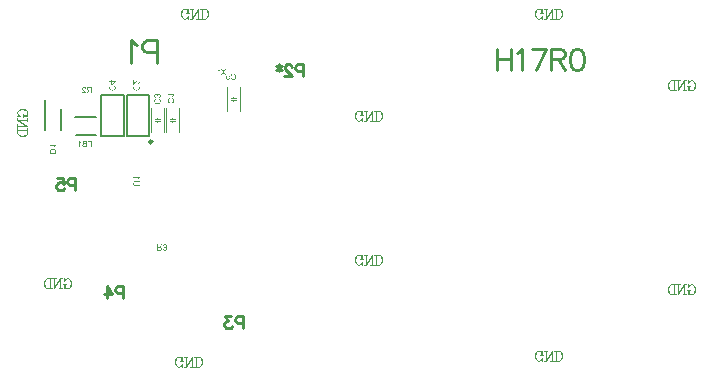
<source format=gbr>
G04*
G04 #@! TF.GenerationSoftware,Altium Limited,Altium Designer,25.8.1 (18)*
G04*
G04 Layer_Color=32896*
%FSLAX25Y25*%
%MOIN*%
G70*
G04*
G04 #@! TF.SameCoordinates,4BE62294-00A5-47EF-9B78-CB70749D35C4*
G04*
G04*
G04 #@! TF.FilePolarity,Positive*
G04*
G01*
G75*
%ADD10C,0.00984*%
%ADD11C,0.00787*%
%ADD12C,0.00600*%
%ADD13C,0.01000*%
%ADD14C,0.00300*%
%ADD77C,0.00394*%
%ADD78C,0.00315*%
G36*
X-50671Y39406D02*
X-50638Y39359D01*
X-50600Y39312D01*
X-50564Y39270D01*
X-50529Y39235D01*
X-50502Y39205D01*
X-50490Y39196D01*
X-50481Y39187D01*
X-50478Y39184D01*
X-50475Y39182D01*
X-50413Y39131D01*
X-50351Y39084D01*
X-50292Y39042D01*
X-50232Y39010D01*
X-50182Y38980D01*
X-50161Y38968D01*
X-50144Y38960D01*
X-50129Y38951D01*
X-50117Y38948D01*
X-50111Y38942D01*
X-50108D01*
Y38699D01*
X-50153Y38717D01*
X-50197Y38737D01*
X-50241Y38758D01*
X-50283Y38779D01*
X-50318Y38797D01*
X-50348Y38811D01*
X-50366Y38823D01*
X-50369Y38826D01*
X-50372D01*
X-50425Y38859D01*
X-50472Y38891D01*
X-50514Y38921D01*
X-50546Y38948D01*
X-50576Y38968D01*
X-50594Y38986D01*
X-50608Y38998D01*
X-50611Y39001D01*
Y37400D01*
X-50863D01*
Y39457D01*
X-50700D01*
X-50671Y39406D01*
D02*
G37*
G36*
X-48690Y38459D02*
X-47900Y37400D01*
X-48226D01*
X-48744Y38110D01*
X-48755Y38128D01*
X-48770Y38148D01*
X-48803Y38196D01*
X-48818Y38219D01*
X-48829Y38237D01*
X-48838Y38249D01*
X-48841Y38252D01*
X-48871Y38208D01*
X-48898Y38166D01*
X-48909Y38151D01*
X-48915Y38140D01*
X-48921Y38131D01*
X-48924Y38128D01*
X-49442Y37400D01*
X-49777D01*
X-49010Y38471D01*
X-49720Y39448D01*
X-49424D01*
X-49016Y38903D01*
X-48981Y38859D01*
X-48951Y38817D01*
X-48921Y38776D01*
X-48898Y38743D01*
X-48877Y38714D01*
X-48862Y38690D01*
X-48853Y38678D01*
X-48850Y38672D01*
X-48829Y38708D01*
X-48806Y38746D01*
X-48779Y38788D01*
X-48753Y38829D01*
X-48726Y38865D01*
X-48708Y38894D01*
X-48699Y38906D01*
X-48693Y38915D01*
X-48687Y38918D01*
Y38921D01*
X-48314Y39448D01*
X-47992D01*
X-48690Y38459D01*
D02*
G37*
G36*
X-76854Y3291D02*
X-76904Y3261D01*
X-76951Y3228D01*
X-76999Y3190D01*
X-77040Y3154D01*
X-77076Y3119D01*
X-77105Y3092D01*
X-77114Y3080D01*
X-77123Y3071D01*
X-77126Y3069D01*
X-77129Y3066D01*
X-77179Y3003D01*
X-77227Y2941D01*
X-77268Y2882D01*
X-77301Y2823D01*
X-77330Y2773D01*
X-77342Y2752D01*
X-77351Y2734D01*
X-77360Y2719D01*
X-77363Y2707D01*
X-77369Y2702D01*
Y2699D01*
X-77611D01*
X-77594Y2743D01*
X-77573Y2787D01*
X-77552Y2832D01*
X-77531Y2873D01*
X-77514Y2909D01*
X-77499Y2938D01*
X-77487Y2956D01*
X-77484Y2959D01*
Y2962D01*
X-77451Y3015D01*
X-77419Y3063D01*
X-77389Y3104D01*
X-77363Y3137D01*
X-77342Y3166D01*
X-77324Y3184D01*
X-77312Y3199D01*
X-77310Y3202D01*
X-78911D01*
Y3453D01*
X-76854D01*
Y3291D01*
D02*
G37*
G36*
X-76863Y1885D02*
X-78047D01*
X-78115D01*
X-78180Y1879D01*
X-78236Y1873D01*
X-78289Y1864D01*
X-78337Y1855D01*
X-78381Y1843D01*
X-78420Y1834D01*
X-78452Y1822D01*
X-78479Y1811D01*
X-78505Y1799D01*
X-78523Y1787D01*
X-78541Y1778D01*
X-78553Y1769D01*
X-78562Y1763D01*
X-78565Y1760D01*
X-78567Y1757D01*
X-78591Y1731D01*
X-78612Y1701D01*
X-78644Y1636D01*
X-78668Y1568D01*
X-78683Y1497D01*
X-78695Y1432D01*
X-78698Y1405D01*
Y1378D01*
X-78701Y1361D01*
Y1331D01*
X-78698Y1269D01*
X-78689Y1213D01*
X-78680Y1159D01*
X-78665Y1118D01*
X-78653Y1082D01*
X-78644Y1056D01*
X-78636Y1041D01*
X-78633Y1035D01*
X-78606Y994D01*
X-78573Y958D01*
X-78541Y929D01*
X-78511Y908D01*
X-78482Y890D01*
X-78461Y875D01*
X-78446Y869D01*
X-78440Y866D01*
X-78413Y857D01*
X-78387Y852D01*
X-78325Y840D01*
X-78260Y831D01*
X-78194Y825D01*
X-78138Y822D01*
X-78112D01*
X-78091Y819D01*
X-78073D01*
X-78058D01*
X-78049D01*
X-78047D01*
X-76863D01*
Y547D01*
X-78047D01*
X-78106D01*
X-78162Y550D01*
X-78215Y553D01*
X-78266Y558D01*
X-78310Y564D01*
X-78351Y570D01*
X-78390Y579D01*
X-78425Y585D01*
X-78458Y591D01*
X-78485Y600D01*
X-78508Y606D01*
X-78526Y612D01*
X-78541Y618D01*
X-78553Y621D01*
X-78559Y624D01*
X-78562D01*
X-78627Y656D01*
X-78686Y698D01*
X-78733Y739D01*
X-78775Y783D01*
X-78807Y822D01*
X-78831Y855D01*
X-78837Y866D01*
X-78843Y875D01*
X-78849Y881D01*
Y884D01*
X-78881Y958D01*
X-78905Y1035D01*
X-78923Y1115D01*
X-78935Y1189D01*
X-78938Y1221D01*
X-78940Y1254D01*
X-78943Y1284D01*
Y1307D01*
X-78946Y1328D01*
Y1355D01*
X-78940Y1461D01*
X-78935Y1509D01*
X-78929Y1553D01*
X-78920Y1597D01*
X-78911Y1636D01*
X-78902Y1671D01*
X-78890Y1704D01*
X-78878Y1734D01*
X-78869Y1757D01*
X-78860Y1781D01*
X-78852Y1799D01*
X-78843Y1814D01*
X-78840Y1822D01*
X-78834Y1828D01*
Y1831D01*
X-78790Y1896D01*
X-78739Y1950D01*
X-78692Y1991D01*
X-78644Y2027D01*
X-78603Y2053D01*
X-78570Y2071D01*
X-78559Y2077D01*
X-78550Y2083D01*
X-78544Y2086D01*
X-78541D01*
X-78505Y2098D01*
X-78467Y2110D01*
X-78387Y2127D01*
X-78304Y2139D01*
X-78224Y2148D01*
X-78189Y2151D01*
X-78153Y2154D01*
X-78123D01*
X-78097Y2157D01*
X-78076D01*
X-78061D01*
X-78049D01*
X-78047D01*
X-76863D01*
Y1885D01*
D02*
G37*
G36*
X-95343Y33526D02*
X-95292Y33523D01*
X-95245Y33514D01*
X-95201Y33505D01*
X-95159Y33493D01*
X-95121Y33481D01*
X-95085Y33466D01*
X-95053Y33452D01*
X-95023Y33437D01*
X-94999Y33422D01*
X-94979Y33410D01*
X-94961Y33398D01*
X-94946Y33389D01*
X-94937Y33381D01*
X-94931Y33378D01*
X-94928Y33375D01*
X-94899Y33345D01*
X-94872Y33312D01*
X-94845Y33277D01*
X-94825Y33242D01*
X-94789Y33170D01*
X-94766Y33099D01*
X-94757Y33067D01*
X-94748Y33034D01*
X-94742Y33008D01*
X-94736Y32984D01*
X-94733Y32963D01*
Y32948D01*
X-94730Y32940D01*
Y32937D01*
X-94988Y32910D01*
X-94994Y32978D01*
X-95005Y33037D01*
X-95023Y33090D01*
X-95044Y33132D01*
X-95062Y33167D01*
X-95079Y33191D01*
X-95091Y33206D01*
X-95097Y33212D01*
X-95142Y33247D01*
X-95189Y33274D01*
X-95239Y33295D01*
X-95284Y33307D01*
X-95325Y33316D01*
X-95360Y33318D01*
X-95372Y33321D01*
X-95390D01*
X-95452Y33318D01*
X-95508Y33307D01*
X-95556Y33289D01*
X-95597Y33271D01*
X-95630Y33250D01*
X-95651Y33236D01*
X-95665Y33224D01*
X-95671Y33218D01*
X-95707Y33176D01*
X-95733Y33135D01*
X-95754Y33094D01*
X-95766Y33052D01*
X-95775Y33020D01*
X-95778Y32990D01*
X-95781Y32972D01*
Y32969D01*
Y32966D01*
X-95775Y32913D01*
X-95763Y32857D01*
X-95742Y32806D01*
X-95722Y32759D01*
X-95698Y32721D01*
X-95677Y32688D01*
X-95671Y32676D01*
X-95665Y32667D01*
X-95660Y32664D01*
Y32661D01*
X-95636Y32629D01*
X-95606Y32596D01*
X-95574Y32561D01*
X-95538Y32525D01*
X-95464Y32454D01*
X-95390Y32383D01*
X-95352Y32351D01*
X-95319Y32321D01*
X-95287Y32294D01*
X-95260Y32271D01*
X-95239Y32253D01*
X-95221Y32238D01*
X-95210Y32229D01*
X-95207Y32226D01*
X-95133Y32164D01*
X-95065Y32105D01*
X-95008Y32052D01*
X-94964Y32007D01*
X-94925Y31969D01*
X-94899Y31942D01*
X-94884Y31924D01*
X-94878Y31921D01*
Y31918D01*
X-94837Y31868D01*
X-94804Y31821D01*
X-94774Y31773D01*
X-94751Y31732D01*
X-94733Y31696D01*
X-94721Y31670D01*
X-94715Y31652D01*
X-94712Y31649D01*
Y31646D01*
X-94700Y31613D01*
X-94695Y31584D01*
X-94689Y31554D01*
X-94686Y31528D01*
X-94683Y31504D01*
Y31486D01*
Y31474D01*
Y31471D01*
X-96041D01*
Y31714D01*
X-95032D01*
X-95068Y31764D01*
X-95085Y31785D01*
X-95100Y31806D01*
X-95115Y31824D01*
X-95127Y31835D01*
X-95136Y31844D01*
X-95139Y31847D01*
X-95153Y31862D01*
X-95171Y31877D01*
X-95213Y31915D01*
X-95260Y31960D01*
X-95310Y32004D01*
X-95358Y32043D01*
X-95378Y32060D01*
X-95396Y32078D01*
X-95411Y32090D01*
X-95423Y32099D01*
X-95429Y32105D01*
X-95432Y32108D01*
X-95479Y32149D01*
X-95526Y32188D01*
X-95568Y32226D01*
X-95606Y32259D01*
X-95642Y32291D01*
X-95671Y32321D01*
X-95701Y32348D01*
X-95725Y32371D01*
X-95748Y32395D01*
X-95766Y32413D01*
X-95781Y32427D01*
X-95796Y32442D01*
X-95810Y32460D01*
X-95816Y32466D01*
X-95858Y32516D01*
X-95893Y32561D01*
X-95923Y32605D01*
X-95947Y32641D01*
X-95964Y32673D01*
X-95976Y32697D01*
X-95982Y32712D01*
X-95985Y32718D01*
X-96003Y32762D01*
X-96015Y32806D01*
X-96026Y32848D01*
X-96032Y32883D01*
X-96035Y32916D01*
X-96038Y32940D01*
Y32954D01*
Y32960D01*
X-96035Y33005D01*
X-96030Y33046D01*
X-96024Y33088D01*
X-96012Y33123D01*
X-95982Y33194D01*
X-95952Y33250D01*
X-95935Y33277D01*
X-95920Y33298D01*
X-95905Y33318D01*
X-95890Y33333D01*
X-95878Y33345D01*
X-95873Y33357D01*
X-95867Y33360D01*
X-95864Y33363D01*
X-95831Y33392D01*
X-95796Y33419D01*
X-95757Y33440D01*
X-95719Y33458D01*
X-95642Y33487D01*
X-95565Y33508D01*
X-95532Y33514D01*
X-95500Y33520D01*
X-95470Y33523D01*
X-95446Y33526D01*
X-95426Y33529D01*
X-95396D01*
X-95343Y33526D01*
D02*
G37*
G36*
X-92759Y31471D02*
X-93031D01*
Y32380D01*
X-93380D01*
X-93413Y32377D01*
X-93436D01*
X-93457Y32374D01*
X-93472Y32371D01*
X-93484D01*
X-93490Y32368D01*
X-93493D01*
X-93540Y32353D01*
X-93561Y32345D01*
X-93579Y32336D01*
X-93596Y32327D01*
X-93608Y32321D01*
X-93614Y32318D01*
X-93617Y32315D01*
X-93641Y32297D01*
X-93664Y32276D01*
X-93709Y32232D01*
X-93730Y32211D01*
X-93744Y32194D01*
X-93753Y32182D01*
X-93756Y32179D01*
X-93786Y32137D01*
X-93818Y32093D01*
X-93851Y32046D01*
X-93884Y32001D01*
X-93910Y31960D01*
X-93931Y31927D01*
X-93940Y31915D01*
X-93946Y31907D01*
X-93952Y31901D01*
Y31898D01*
X-94221Y31471D01*
X-94558D01*
X-94206Y32028D01*
X-94165Y32087D01*
X-94126Y32140D01*
X-94088Y32185D01*
X-94055Y32226D01*
X-94026Y32256D01*
X-94002Y32280D01*
X-93987Y32294D01*
X-93981Y32300D01*
X-93958Y32318D01*
X-93931Y32339D01*
X-93878Y32371D01*
X-93854Y32383D01*
X-93836Y32395D01*
X-93824Y32401D01*
X-93818Y32404D01*
X-93872Y32413D01*
X-93922Y32422D01*
X-93966Y32436D01*
X-94011Y32448D01*
X-94049Y32463D01*
X-94085Y32481D01*
X-94117Y32496D01*
X-94147Y32510D01*
X-94171Y32528D01*
X-94194Y32543D01*
X-94212Y32555D01*
X-94227Y32567D01*
X-94239Y32576D01*
X-94248Y32584D01*
X-94251Y32587D01*
X-94253Y32590D01*
X-94277Y32620D01*
X-94301Y32649D01*
X-94336Y32712D01*
X-94360Y32774D01*
X-94378Y32833D01*
X-94390Y32883D01*
X-94393Y32904D01*
Y32925D01*
X-94396Y32940D01*
Y32951D01*
Y32957D01*
Y32960D01*
X-94393Y33022D01*
X-94384Y33079D01*
X-94369Y33132D01*
X-94354Y33176D01*
X-94336Y33215D01*
X-94324Y33244D01*
X-94313Y33262D01*
X-94310Y33265D01*
Y33268D01*
X-94274Y33316D01*
X-94239Y33357D01*
X-94200Y33392D01*
X-94165Y33419D01*
X-94132Y33440D01*
X-94105Y33452D01*
X-94088Y33461D01*
X-94085Y33463D01*
X-94082D01*
X-94055Y33472D01*
X-94023Y33481D01*
X-93958Y33496D01*
X-93886Y33505D01*
X-93821Y33514D01*
X-93759Y33517D01*
X-93733D01*
X-93709Y33520D01*
X-92759D01*
Y31471D01*
D02*
G37*
G36*
X-69604Y-19546D02*
X-69646Y-19605D01*
X-69684Y-19658D01*
X-69723Y-19703D01*
X-69755Y-19744D01*
X-69785Y-19774D01*
X-69809Y-19797D01*
X-69823Y-19812D01*
X-69829Y-19818D01*
X-69853Y-19836D01*
X-69880Y-19856D01*
X-69933Y-19889D01*
X-69956Y-19901D01*
X-69974Y-19913D01*
X-69986Y-19919D01*
X-69992Y-19922D01*
X-69939Y-19930D01*
X-69888Y-19939D01*
X-69844Y-19954D01*
X-69800Y-19966D01*
X-69761Y-19981D01*
X-69726Y-19998D01*
X-69693Y-20013D01*
X-69664Y-20028D01*
X-69640Y-20046D01*
X-69616Y-20061D01*
X-69598Y-20073D01*
X-69583Y-20084D01*
X-69572Y-20093D01*
X-69563Y-20102D01*
X-69560Y-20105D01*
X-69557Y-20108D01*
X-69533Y-20138D01*
X-69510Y-20167D01*
X-69474Y-20229D01*
X-69450Y-20292D01*
X-69433Y-20351D01*
X-69421Y-20401D01*
X-69418Y-20422D01*
Y-20443D01*
X-69415Y-20457D01*
Y-20469D01*
Y-20475D01*
Y-20478D01*
X-69418Y-20540D01*
X-69427Y-20596D01*
X-69441Y-20650D01*
X-69456Y-20694D01*
X-69474Y-20733D01*
X-69486Y-20762D01*
X-69498Y-20780D01*
X-69501Y-20783D01*
Y-20786D01*
X-69536Y-20833D01*
X-69572Y-20875D01*
X-69610Y-20910D01*
X-69646Y-20937D01*
X-69678Y-20958D01*
X-69705Y-20969D01*
X-69723Y-20978D01*
X-69726Y-20981D01*
X-69729D01*
X-69755Y-20990D01*
X-69788Y-20999D01*
X-69853Y-21014D01*
X-69924Y-21023D01*
X-69989Y-21032D01*
X-70051Y-21035D01*
X-70078D01*
X-70101Y-21037D01*
X-71052D01*
Y-18989D01*
X-70779D01*
Y-19898D01*
X-70430D01*
X-70398Y-19895D01*
X-70374D01*
X-70353Y-19892D01*
X-70338Y-19889D01*
X-70327D01*
X-70321Y-19886D01*
X-70318D01*
X-70270Y-19871D01*
X-70249Y-19862D01*
X-70232Y-19853D01*
X-70214Y-19845D01*
X-70202Y-19839D01*
X-70196Y-19836D01*
X-70193Y-19833D01*
X-70170Y-19815D01*
X-70146Y-19794D01*
X-70101Y-19750D01*
X-70081Y-19729D01*
X-70066Y-19711D01*
X-70057Y-19700D01*
X-70054Y-19697D01*
X-70025Y-19655D01*
X-69992Y-19611D01*
X-69959Y-19563D01*
X-69927Y-19519D01*
X-69900Y-19478D01*
X-69880Y-19445D01*
X-69871Y-19433D01*
X-69865Y-19424D01*
X-69859Y-19418D01*
Y-19415D01*
X-69590Y-18989D01*
X-69252D01*
X-69604Y-19546D01*
D02*
G37*
G36*
X-68385Y-18957D02*
X-68334Y-18962D01*
X-68284Y-18971D01*
X-68237Y-18983D01*
X-68192Y-18998D01*
X-68154Y-19013D01*
X-68115Y-19031D01*
X-68083Y-19048D01*
X-68050Y-19063D01*
X-68024Y-19081D01*
X-68000Y-19096D01*
X-67982Y-19110D01*
X-67967Y-19122D01*
X-67955Y-19131D01*
X-67950Y-19137D01*
X-67947Y-19140D01*
X-67911Y-19176D01*
X-67882Y-19214D01*
X-67855Y-19253D01*
X-67831Y-19291D01*
X-67813Y-19327D01*
X-67796Y-19365D01*
X-67772Y-19436D01*
X-67766Y-19469D01*
X-67760Y-19498D01*
X-67754Y-19525D01*
X-67751Y-19549D01*
X-67748Y-19566D01*
Y-19581D01*
Y-19590D01*
Y-19593D01*
X-67751Y-19664D01*
X-67763Y-19729D01*
X-67781Y-19785D01*
X-67799Y-19833D01*
X-67816Y-19871D01*
X-67834Y-19901D01*
X-67846Y-19919D01*
X-67849Y-19925D01*
X-67890Y-19969D01*
X-67935Y-20007D01*
X-67982Y-20037D01*
X-68029Y-20061D01*
X-68071Y-20078D01*
X-68103Y-20090D01*
X-68115Y-20093D01*
X-68124Y-20096D01*
X-68130Y-20099D01*
X-68133D01*
X-68083Y-20126D01*
X-68041Y-20152D01*
X-68006Y-20182D01*
X-67976Y-20209D01*
X-67953Y-20232D01*
X-67935Y-20253D01*
X-67926Y-20265D01*
X-67923Y-20271D01*
X-67899Y-20312D01*
X-67882Y-20354D01*
X-67867Y-20395D01*
X-67858Y-20434D01*
X-67852Y-20466D01*
X-67849Y-20490D01*
Y-20508D01*
Y-20514D01*
X-67852Y-20564D01*
X-67861Y-20614D01*
X-67873Y-20659D01*
X-67888Y-20697D01*
X-67902Y-20730D01*
X-67914Y-20756D01*
X-67923Y-20771D01*
X-67926Y-20777D01*
X-67955Y-20821D01*
X-67991Y-20860D01*
X-68027Y-20892D01*
X-68062Y-20922D01*
X-68092Y-20943D01*
X-68118Y-20960D01*
X-68136Y-20969D01*
X-68139Y-20972D01*
X-68142D01*
X-68195Y-20996D01*
X-68249Y-21014D01*
X-68302Y-21029D01*
X-68349Y-21037D01*
X-68388Y-21043D01*
X-68420Y-21046D01*
X-68494D01*
X-68536Y-21040D01*
X-68616Y-21026D01*
X-68684Y-21002D01*
X-68743Y-20978D01*
X-68770Y-20964D01*
X-68790Y-20952D01*
X-68811Y-20940D01*
X-68826Y-20928D01*
X-68838Y-20919D01*
X-68846Y-20913D01*
X-68852Y-20910D01*
X-68855Y-20907D01*
X-68912Y-20851D01*
X-68956Y-20789D01*
X-68992Y-20724D01*
X-69021Y-20659D01*
X-69039Y-20602D01*
X-69048Y-20579D01*
X-69054Y-20558D01*
X-69057Y-20540D01*
X-69060Y-20528D01*
X-69063Y-20519D01*
Y-20516D01*
X-68811Y-20472D01*
X-68799Y-20537D01*
X-68781Y-20594D01*
X-68761Y-20641D01*
X-68740Y-20679D01*
X-68719Y-20709D01*
X-68701Y-20730D01*
X-68690Y-20744D01*
X-68687Y-20747D01*
X-68648Y-20777D01*
X-68607Y-20801D01*
X-68568Y-20816D01*
X-68530Y-20827D01*
X-68494Y-20833D01*
X-68468Y-20839D01*
X-68444D01*
X-68391Y-20836D01*
X-68343Y-20824D01*
X-68302Y-20810D01*
X-68266Y-20795D01*
X-68240Y-20777D01*
X-68219Y-20762D01*
X-68204Y-20750D01*
X-68201Y-20747D01*
X-68169Y-20712D01*
X-68145Y-20673D01*
X-68130Y-20635D01*
X-68118Y-20599D01*
X-68112Y-20567D01*
X-68107Y-20543D01*
Y-20525D01*
Y-20522D01*
Y-20519D01*
Y-20487D01*
X-68112Y-20457D01*
X-68127Y-20407D01*
X-68148Y-20363D01*
X-68172Y-20324D01*
X-68195Y-20298D01*
X-68216Y-20277D01*
X-68231Y-20265D01*
X-68234Y-20262D01*
X-68237D01*
X-68287Y-20235D01*
X-68334Y-20215D01*
X-68385Y-20200D01*
X-68429Y-20191D01*
X-68468Y-20185D01*
X-68500Y-20179D01*
X-68539D01*
X-68550Y-20182D01*
X-68565D01*
X-68595Y-19960D01*
X-68556Y-19969D01*
X-68521Y-19975D01*
X-68491Y-19981D01*
X-68465Y-19984D01*
X-68444Y-19987D01*
X-68417D01*
X-68355Y-19981D01*
X-68299Y-19969D01*
X-68249Y-19951D01*
X-68207Y-19930D01*
X-68175Y-19910D01*
X-68151Y-19892D01*
X-68136Y-19880D01*
X-68130Y-19874D01*
X-68092Y-19830D01*
X-68062Y-19782D01*
X-68041Y-19735D01*
X-68029Y-19688D01*
X-68021Y-19649D01*
X-68018Y-19617D01*
X-68015Y-19605D01*
Y-19596D01*
Y-19590D01*
Y-19587D01*
X-68021Y-19522D01*
X-68036Y-19463D01*
X-68053Y-19412D01*
X-68077Y-19368D01*
X-68101Y-19332D01*
X-68118Y-19306D01*
X-68133Y-19288D01*
X-68139Y-19282D01*
X-68186Y-19241D01*
X-68237Y-19211D01*
X-68287Y-19190D01*
X-68334Y-19176D01*
X-68376Y-19167D01*
X-68408Y-19164D01*
X-68420Y-19161D01*
X-68438D01*
X-68491Y-19164D01*
X-68542Y-19176D01*
X-68586Y-19190D01*
X-68621Y-19208D01*
X-68651Y-19223D01*
X-68675Y-19238D01*
X-68687Y-19250D01*
X-68693Y-19253D01*
X-68728Y-19294D01*
X-68758Y-19341D01*
X-68784Y-19392D01*
X-68805Y-19445D01*
X-68820Y-19489D01*
X-68826Y-19510D01*
X-68829Y-19528D01*
X-68832Y-19543D01*
X-68835Y-19555D01*
X-68838Y-19560D01*
Y-19563D01*
X-69089Y-19531D01*
X-69083Y-19484D01*
X-69074Y-19439D01*
X-69048Y-19356D01*
X-69015Y-19285D01*
X-68998Y-19256D01*
X-68980Y-19226D01*
X-68962Y-19199D01*
X-68944Y-19179D01*
X-68929Y-19158D01*
X-68915Y-19143D01*
X-68906Y-19131D01*
X-68897Y-19122D01*
X-68891Y-19116D01*
X-68888Y-19114D01*
X-68852Y-19087D01*
X-68817Y-19060D01*
X-68781Y-19039D01*
X-68743Y-19022D01*
X-68669Y-18992D01*
X-68598Y-18974D01*
X-68565Y-18968D01*
X-68536Y-18962D01*
X-68509Y-18960D01*
X-68485Y-18957D01*
X-68468Y-18954D01*
X-68441D01*
X-68385Y-18957D01*
D02*
G37*
G36*
X-96953Y15478D02*
X-96920Y15431D01*
X-96882Y15384D01*
X-96846Y15342D01*
X-96811Y15307D01*
X-96784Y15277D01*
X-96772Y15268D01*
X-96763Y15259D01*
X-96760Y15256D01*
X-96757Y15253D01*
X-96695Y15203D01*
X-96633Y15156D01*
X-96574Y15114D01*
X-96515Y15082D01*
X-96464Y15052D01*
X-96444Y15040D01*
X-96426Y15031D01*
X-96411Y15022D01*
X-96399Y15020D01*
X-96393Y15014D01*
X-96390D01*
Y14771D01*
X-96435Y14789D01*
X-96479Y14809D01*
X-96524Y14830D01*
X-96565Y14851D01*
X-96601Y14868D01*
X-96630Y14883D01*
X-96648Y14895D01*
X-96651Y14898D01*
X-96654D01*
X-96707Y14931D01*
X-96754Y14963D01*
X-96796Y14993D01*
X-96828Y15020D01*
X-96858Y15040D01*
X-96876Y15058D01*
X-96891Y15070D01*
X-96894Y15073D01*
Y13471D01*
X-97145D01*
Y15529D01*
X-96982D01*
X-96953Y15478D01*
D02*
G37*
G36*
X-92655Y13471D02*
X-92927D01*
Y14401D01*
X-93889D01*
Y14644D01*
X-92927D01*
Y15277D01*
X-94040D01*
Y15520D01*
X-92655D01*
Y13471D01*
D02*
G37*
G36*
X-94380D02*
X-95162D01*
X-95233Y13474D01*
X-95295Y13477D01*
X-95351Y13483D01*
X-95399Y13489D01*
X-95437Y13495D01*
X-95467Y13498D01*
X-95485Y13504D01*
X-95490D01*
X-95541Y13519D01*
X-95582Y13534D01*
X-95621Y13551D01*
X-95653Y13569D01*
X-95680Y13581D01*
X-95701Y13593D01*
X-95713Y13602D01*
X-95715Y13605D01*
X-95748Y13631D01*
X-95778Y13664D01*
X-95801Y13696D01*
X-95825Y13726D01*
X-95843Y13756D01*
X-95855Y13776D01*
X-95863Y13791D01*
X-95866Y13797D01*
X-95887Y13844D01*
X-95902Y13892D01*
X-95914Y13936D01*
X-95920Y13978D01*
X-95926Y14013D01*
X-95929Y14043D01*
Y14060D01*
Y14063D01*
Y14066D01*
X-95926Y14131D01*
X-95914Y14191D01*
X-95896Y14241D01*
X-95878Y14288D01*
X-95860Y14324D01*
X-95843Y14351D01*
X-95831Y14368D01*
X-95828Y14374D01*
X-95786Y14422D01*
X-95742Y14460D01*
X-95692Y14493D01*
X-95647Y14519D01*
X-95606Y14540D01*
X-95570Y14552D01*
X-95559Y14558D01*
X-95550Y14561D01*
X-95544Y14564D01*
X-95541D01*
X-95591Y14593D01*
X-95636Y14623D01*
X-95671Y14655D01*
X-95701Y14685D01*
X-95724Y14709D01*
X-95742Y14732D01*
X-95751Y14744D01*
X-95754Y14750D01*
X-95778Y14795D01*
X-95795Y14836D01*
X-95810Y14877D01*
X-95819Y14916D01*
X-95825Y14948D01*
X-95828Y14975D01*
Y14990D01*
Y14996D01*
X-95825Y15046D01*
X-95816Y15096D01*
X-95801Y15141D01*
X-95786Y15182D01*
X-95772Y15218D01*
X-95757Y15242D01*
X-95748Y15259D01*
X-95745Y15265D01*
X-95713Y15310D01*
X-95677Y15351D01*
X-95639Y15384D01*
X-95603Y15410D01*
X-95573Y15431D01*
X-95547Y15446D01*
X-95529Y15455D01*
X-95526Y15458D01*
X-95523D01*
X-95467Y15478D01*
X-95405Y15493D01*
X-95342Y15505D01*
X-95283Y15511D01*
X-95230Y15517D01*
X-95206D01*
X-95186Y15520D01*
X-94380D01*
Y13471D01*
D02*
G37*
G36*
X-104685Y13966D02*
X-104735Y13936D01*
X-104782Y13904D01*
X-104830Y13865D01*
X-104871Y13829D01*
X-104907Y13794D01*
X-104936Y13767D01*
X-104945Y13756D01*
X-104954Y13747D01*
X-104957Y13744D01*
X-104960Y13741D01*
X-105010Y13679D01*
X-105058Y13616D01*
X-105099Y13557D01*
X-105132Y13498D01*
X-105161Y13448D01*
X-105173Y13427D01*
X-105182Y13409D01*
X-105191Y13394D01*
X-105194Y13383D01*
X-105200Y13377D01*
Y13374D01*
X-105443D01*
X-105425Y13418D01*
X-105404Y13463D01*
X-105383Y13507D01*
X-105363Y13548D01*
X-105345Y13584D01*
X-105330Y13613D01*
X-105318Y13631D01*
X-105315Y13634D01*
Y13637D01*
X-105283Y13690D01*
X-105250Y13738D01*
X-105221Y13779D01*
X-105194Y13812D01*
X-105173Y13841D01*
X-105156Y13859D01*
X-105144Y13874D01*
X-105141Y13877D01*
X-106742D01*
Y14129D01*
X-104685D01*
Y13966D01*
D02*
G37*
G36*
X-105608Y12909D02*
X-105517Y12900D01*
X-105434Y12885D01*
X-105395Y12879D01*
X-105363Y12870D01*
X-105330Y12862D01*
X-105304Y12856D01*
X-105280Y12850D01*
X-105259Y12841D01*
X-105241Y12838D01*
X-105229Y12832D01*
X-105224Y12829D01*
X-105221D01*
X-105144Y12797D01*
X-105076Y12758D01*
X-105016Y12717D01*
X-104966Y12678D01*
X-104925Y12643D01*
X-104895Y12613D01*
X-104886Y12601D01*
X-104877Y12592D01*
X-104874Y12589D01*
X-104871Y12586D01*
X-104833Y12539D01*
X-104803Y12489D01*
X-104777Y12438D01*
X-104756Y12391D01*
X-104741Y12349D01*
X-104732Y12317D01*
X-104726Y12305D01*
Y12296D01*
X-104723Y12290D01*
Y12287D01*
X-104714Y12237D01*
X-104706Y12178D01*
X-104700Y12119D01*
X-104697Y12059D01*
X-104694Y12006D01*
Y11219D01*
X-106742D01*
Y11956D01*
X-106739Y12024D01*
X-106736Y12086D01*
X-106730Y12142D01*
X-106724Y12190D01*
X-106718Y12231D01*
X-106715Y12261D01*
X-106712Y12270D01*
X-106710Y12279D01*
Y12284D01*
X-106695Y12338D01*
X-106677Y12385D01*
X-106662Y12427D01*
X-106644Y12462D01*
X-106630Y12492D01*
X-106618Y12512D01*
X-106609Y12524D01*
X-106606Y12530D01*
X-106579Y12569D01*
X-106547Y12601D01*
X-106517Y12634D01*
X-106488Y12660D01*
X-106461Y12684D01*
X-106440Y12702D01*
X-106425Y12714D01*
X-106419Y12717D01*
X-106372Y12746D01*
X-106322Y12776D01*
X-106274Y12799D01*
X-106227Y12817D01*
X-106185Y12835D01*
X-106153Y12847D01*
X-106141Y12850D01*
X-106132Y12853D01*
X-106126Y12856D01*
X-106123D01*
X-106052Y12873D01*
X-105981Y12888D01*
X-105913Y12897D01*
X-105848Y12906D01*
X-105792Y12909D01*
X-105768D01*
X-105747Y12912D01*
X-105733D01*
X-105718D01*
X-105712D01*
X-105709D01*
X-105608Y12909D01*
D02*
G37*
G36*
X-86202Y35410D02*
X-84876D01*
Y35206D01*
X-86202Y34268D01*
X-86433D01*
Y35159D01*
X-86924D01*
Y35410D01*
X-86433D01*
Y35689D01*
X-86202D01*
Y35410D01*
D02*
G37*
G36*
X-86208Y33850D02*
X-86255Y33839D01*
X-86300Y33824D01*
X-86341Y33809D01*
X-86379Y33794D01*
X-86415Y33777D01*
X-86445Y33759D01*
X-86474Y33738D01*
X-86501Y33720D01*
X-86524Y33705D01*
X-86542Y33688D01*
X-86560Y33673D01*
X-86575Y33661D01*
X-86584Y33649D01*
X-86593Y33640D01*
X-86596Y33637D01*
X-86599Y33634D01*
X-86622Y33605D01*
X-86640Y33572D01*
X-86673Y33507D01*
X-86696Y33445D01*
X-86711Y33383D01*
X-86723Y33330D01*
X-86726Y33309D01*
Y33288D01*
X-86729Y33270D01*
Y33250D01*
X-86726Y33182D01*
X-86714Y33116D01*
X-86699Y33057D01*
X-86681Y33004D01*
X-86664Y32963D01*
X-86655Y32945D01*
X-86649Y32930D01*
X-86643Y32918D01*
X-86637Y32909D01*
X-86634Y32903D01*
Y32900D01*
X-86593Y32844D01*
X-86548Y32797D01*
X-86498Y32755D01*
X-86450Y32723D01*
X-86409Y32696D01*
X-86374Y32678D01*
X-86359Y32672D01*
X-86350Y32667D01*
X-86344Y32664D01*
X-86341D01*
X-86264Y32640D01*
X-86187Y32622D01*
X-86110Y32607D01*
X-86039Y32598D01*
X-86007Y32596D01*
X-85977Y32592D01*
X-85950D01*
X-85930Y32590D01*
X-85912D01*
X-85897D01*
X-85888D01*
X-85885D01*
X-85808Y32592D01*
X-85737Y32598D01*
X-85672Y32610D01*
X-85613Y32622D01*
X-85562Y32631D01*
X-85542Y32637D01*
X-85524Y32643D01*
X-85509Y32646D01*
X-85500Y32649D01*
X-85495Y32652D01*
X-85492D01*
X-85423Y32681D01*
X-85361Y32714D01*
X-85311Y32749D01*
X-85267Y32788D01*
X-85231Y32820D01*
X-85207Y32847D01*
X-85193Y32868D01*
X-85187Y32871D01*
Y32874D01*
X-85148Y32936D01*
X-85119Y33004D01*
X-85098Y33069D01*
X-85086Y33131D01*
X-85077Y33187D01*
X-85074Y33211D01*
Y33232D01*
X-85071Y33247D01*
Y33270D01*
X-85074Y33344D01*
X-85086Y33412D01*
X-85104Y33469D01*
X-85122Y33519D01*
X-85142Y33558D01*
X-85157Y33587D01*
X-85169Y33605D01*
X-85175Y33611D01*
X-85219Y33658D01*
X-85269Y33702D01*
X-85323Y33738D01*
X-85376Y33768D01*
X-85423Y33791D01*
X-85447Y33800D01*
X-85465Y33806D01*
X-85480Y33812D01*
X-85492Y33818D01*
X-85497Y33821D01*
X-85500D01*
X-85438Y34087D01*
X-85385Y34069D01*
X-85338Y34052D01*
X-85293Y34028D01*
X-85249Y34007D01*
X-85210Y33984D01*
X-85175Y33957D01*
X-85139Y33933D01*
X-85110Y33910D01*
X-85086Y33886D01*
X-85062Y33865D01*
X-85042Y33845D01*
X-85027Y33830D01*
X-85012Y33815D01*
X-85003Y33803D01*
X-85000Y33797D01*
X-84997Y33794D01*
X-84971Y33753D01*
X-84944Y33711D01*
X-84923Y33670D01*
X-84905Y33626D01*
X-84879Y33537D01*
X-84861Y33457D01*
X-84852Y33418D01*
X-84849Y33386D01*
X-84846Y33353D01*
X-84843Y33327D01*
X-84840Y33306D01*
Y33276D01*
X-84846Y33179D01*
X-84861Y33084D01*
X-84879Y33001D01*
X-84891Y32963D01*
X-84903Y32927D01*
X-84914Y32894D01*
X-84926Y32865D01*
X-84935Y32841D01*
X-84944Y32818D01*
X-84953Y32803D01*
X-84959Y32791D01*
X-84962Y32782D01*
X-84965Y32779D01*
X-85015Y32699D01*
X-85074Y32631D01*
X-85133Y32572D01*
X-85193Y32522D01*
X-85246Y32483D01*
X-85269Y32468D01*
X-85290Y32456D01*
X-85305Y32445D01*
X-85317Y32439D01*
X-85326Y32436D01*
X-85329Y32433D01*
X-85421Y32391D01*
X-85515Y32362D01*
X-85610Y32341D01*
X-85696Y32326D01*
X-85734Y32320D01*
X-85773Y32317D01*
X-85802Y32314D01*
X-85832D01*
X-85853Y32311D01*
X-85870D01*
X-85882D01*
X-85885D01*
X-85992Y32317D01*
X-86095Y32329D01*
X-86187Y32344D01*
X-86231Y32356D01*
X-86270Y32365D01*
X-86305Y32373D01*
X-86338Y32385D01*
X-86368Y32394D01*
X-86391Y32400D01*
X-86409Y32409D01*
X-86424Y32412D01*
X-86433Y32418D01*
X-86436D01*
X-86524Y32462D01*
X-86604Y32513D01*
X-86673Y32566D01*
X-86699Y32592D01*
X-86726Y32616D01*
X-86750Y32640D01*
X-86770Y32664D01*
X-86788Y32684D01*
X-86800Y32702D01*
X-86812Y32714D01*
X-86821Y32726D01*
X-86823Y32732D01*
X-86826Y32735D01*
X-86850Y32776D01*
X-86871Y32818D01*
X-86903Y32906D01*
X-86927Y32995D01*
X-86942Y33081D01*
X-86948Y33122D01*
X-86954Y33158D01*
X-86957Y33190D01*
Y33217D01*
X-86960Y33241D01*
Y33273D01*
X-86957Y33332D01*
X-86951Y33389D01*
X-86945Y33442D01*
X-86933Y33492D01*
X-86918Y33540D01*
X-86903Y33584D01*
X-86889Y33626D01*
X-86871Y33664D01*
X-86856Y33697D01*
X-86841Y33729D01*
X-86826Y33753D01*
X-86812Y33777D01*
X-86800Y33791D01*
X-86794Y33806D01*
X-86788Y33812D01*
X-86785Y33815D01*
X-86750Y33856D01*
X-86714Y33892D01*
X-86673Y33924D01*
X-86631Y33957D01*
X-86548Y34010D01*
X-86465Y34052D01*
X-86427Y34069D01*
X-86391Y34084D01*
X-86359Y34096D01*
X-86332Y34105D01*
X-86308Y34114D01*
X-86291Y34120D01*
X-86279Y34123D01*
X-86276D01*
X-86208Y33850D01*
D02*
G37*
G36*
X-71249Y31190D02*
X-71184Y31178D01*
X-71128Y31161D01*
X-71081Y31143D01*
X-71042Y31125D01*
X-71013Y31107D01*
X-70995Y31095D01*
X-70989Y31093D01*
X-70944Y31051D01*
X-70906Y31007D01*
X-70876Y30959D01*
X-70853Y30912D01*
X-70835Y30871D01*
X-70823Y30838D01*
X-70820Y30826D01*
X-70817Y30817D01*
X-70814Y30811D01*
Y30808D01*
X-70788Y30859D01*
X-70761Y30900D01*
X-70731Y30936D01*
X-70705Y30965D01*
X-70681Y30989D01*
X-70660Y31007D01*
X-70648Y31016D01*
X-70643Y31018D01*
X-70601Y31042D01*
X-70560Y31060D01*
X-70518Y31075D01*
X-70480Y31084D01*
X-70447Y31089D01*
X-70423Y31093D01*
X-70406D01*
X-70400D01*
X-70349Y31089D01*
X-70299Y31081D01*
X-70255Y31069D01*
X-70216Y31054D01*
X-70184Y31039D01*
X-70157Y31027D01*
X-70142Y31018D01*
X-70136Y31016D01*
X-70092Y30986D01*
X-70053Y30950D01*
X-70021Y30915D01*
X-69991Y30879D01*
X-69971Y30850D01*
X-69953Y30823D01*
X-69944Y30805D01*
X-69941Y30802D01*
Y30799D01*
X-69917Y30746D01*
X-69899Y30693D01*
X-69885Y30640D01*
X-69876Y30592D01*
X-69870Y30554D01*
X-69867Y30521D01*
Y30447D01*
X-69873Y30406D01*
X-69888Y30326D01*
X-69911Y30258D01*
X-69935Y30199D01*
X-69950Y30172D01*
X-69962Y30151D01*
X-69973Y30130D01*
X-69985Y30116D01*
X-69994Y30104D01*
X-70000Y30095D01*
X-70003Y30089D01*
X-70006Y30086D01*
X-70062Y30030D01*
X-70125Y29985D01*
X-70190Y29950D01*
X-70255Y29920D01*
X-70311Y29903D01*
X-70335Y29894D01*
X-70355Y29888D01*
X-70373Y29885D01*
X-70385Y29882D01*
X-70394Y29879D01*
X-70397D01*
X-70441Y30130D01*
X-70376Y30142D01*
X-70320Y30160D01*
X-70272Y30181D01*
X-70234Y30202D01*
X-70204Y30222D01*
X-70184Y30240D01*
X-70169Y30252D01*
X-70166Y30255D01*
X-70136Y30293D01*
X-70113Y30335D01*
X-70098Y30373D01*
X-70086Y30412D01*
X-70080Y30447D01*
X-70074Y30474D01*
Y30498D01*
X-70077Y30551D01*
X-70089Y30598D01*
X-70104Y30640D01*
X-70119Y30675D01*
X-70136Y30702D01*
X-70151Y30722D01*
X-70163Y30737D01*
X-70166Y30740D01*
X-70201Y30773D01*
X-70240Y30797D01*
X-70278Y30811D01*
X-70314Y30823D01*
X-70346Y30829D01*
X-70370Y30835D01*
X-70388D01*
X-70391D01*
X-70394D01*
X-70426D01*
X-70456Y30829D01*
X-70506Y30814D01*
X-70551Y30793D01*
X-70589Y30770D01*
X-70616Y30746D01*
X-70636Y30725D01*
X-70648Y30711D01*
X-70651Y30708D01*
Y30705D01*
X-70678Y30654D01*
X-70699Y30607D01*
X-70714Y30557D01*
X-70722Y30512D01*
X-70728Y30474D01*
X-70734Y30441D01*
Y30403D01*
X-70731Y30391D01*
Y30376D01*
X-70953Y30347D01*
X-70944Y30385D01*
X-70938Y30421D01*
X-70933Y30450D01*
X-70930Y30477D01*
X-70927Y30498D01*
Y30524D01*
X-70933Y30586D01*
X-70944Y30643D01*
X-70962Y30693D01*
X-70983Y30734D01*
X-71004Y30767D01*
X-71021Y30791D01*
X-71033Y30805D01*
X-71039Y30811D01*
X-71083Y30850D01*
X-71131Y30879D01*
X-71178Y30900D01*
X-71226Y30912D01*
X-71264Y30921D01*
X-71297Y30924D01*
X-71308Y30927D01*
X-71317D01*
X-71323D01*
X-71326D01*
X-71391Y30921D01*
X-71451Y30906D01*
X-71501Y30888D01*
X-71545Y30865D01*
X-71581Y30841D01*
X-71607Y30823D01*
X-71625Y30808D01*
X-71631Y30802D01*
X-71673Y30755D01*
X-71702Y30705D01*
X-71723Y30654D01*
X-71738Y30607D01*
X-71747Y30566D01*
X-71750Y30533D01*
X-71753Y30521D01*
Y30503D01*
X-71750Y30450D01*
X-71738Y30400D01*
X-71723Y30355D01*
X-71705Y30320D01*
X-71690Y30290D01*
X-71675Y30267D01*
X-71664Y30255D01*
X-71661Y30249D01*
X-71619Y30213D01*
X-71572Y30184D01*
X-71522Y30157D01*
X-71468Y30136D01*
X-71424Y30122D01*
X-71403Y30116D01*
X-71385Y30113D01*
X-71371Y30110D01*
X-71359Y30107D01*
X-71353Y30104D01*
X-71350D01*
X-71382Y29852D01*
X-71430Y29858D01*
X-71474Y29867D01*
X-71557Y29894D01*
X-71628Y29926D01*
X-71658Y29944D01*
X-71687Y29962D01*
X-71714Y29980D01*
X-71735Y29997D01*
X-71755Y30012D01*
X-71770Y30027D01*
X-71782Y30036D01*
X-71791Y30045D01*
X-71797Y30051D01*
X-71800Y30053D01*
X-71826Y30089D01*
X-71853Y30125D01*
X-71874Y30160D01*
X-71892Y30199D01*
X-71921Y30273D01*
X-71939Y30344D01*
X-71945Y30376D01*
X-71951Y30406D01*
X-71954Y30432D01*
X-71957Y30456D01*
X-71960Y30474D01*
Y30501D01*
X-71957Y30557D01*
X-71951Y30607D01*
X-71942Y30657D01*
X-71930Y30705D01*
X-71915Y30749D01*
X-71900Y30788D01*
X-71883Y30826D01*
X-71865Y30859D01*
X-71850Y30891D01*
X-71832Y30918D01*
X-71818Y30942D01*
X-71803Y30959D01*
X-71791Y30974D01*
X-71782Y30986D01*
X-71776Y30992D01*
X-71773Y30995D01*
X-71738Y31030D01*
X-71699Y31060D01*
X-71661Y31087D01*
X-71622Y31110D01*
X-71587Y31128D01*
X-71548Y31146D01*
X-71477Y31169D01*
X-71445Y31175D01*
X-71415Y31181D01*
X-71388Y31187D01*
X-71365Y31190D01*
X-71347Y31193D01*
X-71332D01*
X-71323D01*
X-71320D01*
X-71249Y31190D01*
D02*
G37*
G36*
X-71208Y29346D02*
X-71255Y29334D01*
X-71300Y29319D01*
X-71341Y29305D01*
X-71380Y29290D01*
X-71415Y29272D01*
X-71445Y29254D01*
X-71474Y29234D01*
X-71501Y29216D01*
X-71525Y29201D01*
X-71542Y29183D01*
X-71560Y29168D01*
X-71575Y29157D01*
X-71584Y29145D01*
X-71593Y29136D01*
X-71596Y29133D01*
X-71599Y29130D01*
X-71622Y29100D01*
X-71640Y29068D01*
X-71673Y29003D01*
X-71696Y28941D01*
X-71711Y28878D01*
X-71723Y28825D01*
X-71726Y28804D01*
Y28784D01*
X-71729Y28766D01*
Y28745D01*
X-71726Y28677D01*
X-71714Y28612D01*
X-71699Y28553D01*
X-71681Y28499D01*
X-71664Y28458D01*
X-71655Y28440D01*
X-71649Y28425D01*
X-71643Y28414D01*
X-71637Y28405D01*
X-71634Y28399D01*
Y28396D01*
X-71593Y28340D01*
X-71548Y28292D01*
X-71498Y28251D01*
X-71451Y28218D01*
X-71409Y28192D01*
X-71374Y28174D01*
X-71359Y28168D01*
X-71350Y28162D01*
X-71344Y28159D01*
X-71341D01*
X-71264Y28135D01*
X-71187Y28118D01*
X-71110Y28103D01*
X-71039Y28094D01*
X-71007Y28091D01*
X-70977Y28088D01*
X-70950D01*
X-70930Y28085D01*
X-70912D01*
X-70897D01*
X-70888D01*
X-70885D01*
X-70808Y28088D01*
X-70737Y28094D01*
X-70672Y28106D01*
X-70613Y28118D01*
X-70562Y28126D01*
X-70542Y28133D01*
X-70524Y28138D01*
X-70509Y28141D01*
X-70500Y28144D01*
X-70495Y28147D01*
X-70491D01*
X-70423Y28177D01*
X-70361Y28209D01*
X-70311Y28245D01*
X-70266Y28283D01*
X-70231Y28316D01*
X-70207Y28343D01*
X-70193Y28363D01*
X-70187Y28366D01*
Y28369D01*
X-70148Y28431D01*
X-70119Y28499D01*
X-70098Y28565D01*
X-70086Y28627D01*
X-70077Y28683D01*
X-70074Y28707D01*
Y28727D01*
X-70071Y28742D01*
Y28766D01*
X-70074Y28840D01*
X-70086Y28908D01*
X-70104Y28964D01*
X-70122Y29015D01*
X-70142Y29053D01*
X-70157Y29083D01*
X-70169Y29100D01*
X-70175Y29106D01*
X-70219Y29154D01*
X-70270Y29198D01*
X-70323Y29234D01*
X-70376Y29263D01*
X-70423Y29287D01*
X-70447Y29296D01*
X-70465Y29302D01*
X-70480Y29308D01*
X-70491Y29313D01*
X-70497Y29316D01*
X-70500D01*
X-70438Y29583D01*
X-70385Y29565D01*
X-70338Y29547D01*
X-70293Y29524D01*
X-70249Y29503D01*
X-70210Y29479D01*
X-70175Y29453D01*
X-70139Y29429D01*
X-70110Y29405D01*
X-70086Y29382D01*
X-70062Y29361D01*
X-70042Y29340D01*
X-70027Y29325D01*
X-70012Y29311D01*
X-70003Y29299D01*
X-70000Y29293D01*
X-69997Y29290D01*
X-69971Y29248D01*
X-69944Y29207D01*
X-69923Y29166D01*
X-69905Y29121D01*
X-69879Y29032D01*
X-69861Y28952D01*
X-69852Y28914D01*
X-69849Y28881D01*
X-69846Y28849D01*
X-69843Y28822D01*
X-69840Y28801D01*
Y28772D01*
X-69846Y28674D01*
X-69861Y28579D01*
X-69879Y28497D01*
X-69891Y28458D01*
X-69902Y28423D01*
X-69914Y28390D01*
X-69926Y28360D01*
X-69935Y28337D01*
X-69944Y28313D01*
X-69953Y28298D01*
X-69959Y28286D01*
X-69962Y28278D01*
X-69965Y28275D01*
X-70015Y28195D01*
X-70074Y28126D01*
X-70133Y28067D01*
X-70193Y28017D01*
X-70246Y27979D01*
X-70270Y27964D01*
X-70290Y27952D01*
X-70305Y27940D01*
X-70317Y27934D01*
X-70326Y27931D01*
X-70329Y27928D01*
X-70420Y27887D01*
X-70515Y27857D01*
X-70610Y27836D01*
X-70696Y27822D01*
X-70734Y27816D01*
X-70773Y27813D01*
X-70802Y27810D01*
X-70832D01*
X-70853Y27807D01*
X-70870D01*
X-70882D01*
X-70885D01*
X-70992Y27813D01*
X-71095Y27825D01*
X-71187Y27839D01*
X-71232Y27851D01*
X-71270Y27860D01*
X-71306Y27869D01*
X-71338Y27881D01*
X-71368Y27890D01*
X-71391Y27896D01*
X-71409Y27905D01*
X-71424Y27907D01*
X-71433Y27913D01*
X-71436D01*
X-71525Y27958D01*
X-71605Y28008D01*
X-71673Y28061D01*
X-71699Y28088D01*
X-71726Y28112D01*
X-71750Y28135D01*
X-71770Y28159D01*
X-71788Y28180D01*
X-71800Y28198D01*
X-71812Y28209D01*
X-71821Y28221D01*
X-71824Y28227D01*
X-71826Y28230D01*
X-71850Y28272D01*
X-71871Y28313D01*
X-71903Y28402D01*
X-71927Y28491D01*
X-71942Y28576D01*
X-71948Y28618D01*
X-71954Y28653D01*
X-71957Y28686D01*
Y28713D01*
X-71960Y28736D01*
Y28769D01*
X-71957Y28828D01*
X-71951Y28884D01*
X-71945Y28938D01*
X-71933Y28988D01*
X-71918Y29035D01*
X-71903Y29080D01*
X-71889Y29121D01*
X-71871Y29160D01*
X-71856Y29192D01*
X-71841Y29225D01*
X-71826Y29248D01*
X-71812Y29272D01*
X-71800Y29287D01*
X-71794Y29302D01*
X-71788Y29308D01*
X-71785Y29311D01*
X-71750Y29352D01*
X-71714Y29388D01*
X-71673Y29420D01*
X-71631Y29453D01*
X-71548Y29506D01*
X-71465Y29547D01*
X-71427Y29565D01*
X-71391Y29580D01*
X-71359Y29592D01*
X-71332Y29601D01*
X-71308Y29610D01*
X-71291Y29615D01*
X-71279Y29618D01*
X-71276D01*
X-71208Y29346D01*
D02*
G37*
G36*
X-78681Y34673D02*
X-78631Y34709D01*
X-78610Y34727D01*
X-78590Y34742D01*
X-78572Y34756D01*
X-78560Y34768D01*
X-78551Y34777D01*
X-78548Y34780D01*
X-78533Y34795D01*
X-78519Y34813D01*
X-78480Y34854D01*
X-78436Y34901D01*
X-78391Y34952D01*
X-78353Y34999D01*
X-78335Y35020D01*
X-78317Y35037D01*
X-78306Y35052D01*
X-78297Y35064D01*
X-78291Y35070D01*
X-78288Y35073D01*
X-78246Y35120D01*
X-78208Y35168D01*
X-78169Y35209D01*
X-78137Y35248D01*
X-78104Y35283D01*
X-78075Y35313D01*
X-78048Y35342D01*
X-78024Y35366D01*
X-78001Y35390D01*
X-77983Y35408D01*
X-77968Y35422D01*
X-77953Y35437D01*
X-77935Y35452D01*
X-77930Y35458D01*
X-77879Y35499D01*
X-77835Y35535D01*
X-77790Y35564D01*
X-77755Y35588D01*
X-77722Y35606D01*
X-77699Y35618D01*
X-77684Y35624D01*
X-77678Y35627D01*
X-77634Y35644D01*
X-77589Y35656D01*
X-77548Y35668D01*
X-77512Y35674D01*
X-77480Y35677D01*
X-77456Y35680D01*
X-77441D01*
X-77435D01*
X-77391Y35677D01*
X-77349Y35671D01*
X-77308Y35665D01*
X-77272Y35653D01*
X-77201Y35624D01*
X-77145Y35594D01*
X-77119Y35576D01*
X-77098Y35561D01*
X-77077Y35547D01*
X-77062Y35532D01*
X-77051Y35520D01*
X-77039Y35514D01*
X-77036Y35508D01*
X-77033Y35505D01*
X-77003Y35473D01*
X-76977Y35437D01*
X-76956Y35399D01*
X-76938Y35360D01*
X-76908Y35283D01*
X-76888Y35206D01*
X-76882Y35174D01*
X-76876Y35141D01*
X-76873Y35111D01*
X-76870Y35088D01*
X-76867Y35067D01*
Y35037D01*
X-76870Y34984D01*
X-76873Y34934D01*
X-76882Y34887D01*
X-76891Y34842D01*
X-76903Y34801D01*
X-76914Y34762D01*
X-76929Y34727D01*
X-76944Y34694D01*
X-76959Y34664D01*
X-76973Y34641D01*
X-76985Y34620D01*
X-76997Y34602D01*
X-77006Y34587D01*
X-77015Y34579D01*
X-77018Y34573D01*
X-77021Y34570D01*
X-77051Y34540D01*
X-77083Y34514D01*
X-77119Y34487D01*
X-77154Y34466D01*
X-77225Y34431D01*
X-77296Y34407D01*
X-77329Y34398D01*
X-77361Y34389D01*
X-77388Y34383D01*
X-77412Y34377D01*
X-77432Y34374D01*
X-77447D01*
X-77456Y34372D01*
X-77459D01*
X-77486Y34629D01*
X-77417Y34635D01*
X-77358Y34647D01*
X-77305Y34664D01*
X-77264Y34685D01*
X-77228Y34703D01*
X-77204Y34721D01*
X-77190Y34733D01*
X-77184Y34738D01*
X-77148Y34783D01*
X-77122Y34830D01*
X-77101Y34881D01*
X-77089Y34925D01*
X-77080Y34966D01*
X-77077Y35002D01*
X-77074Y35014D01*
Y35032D01*
X-77077Y35094D01*
X-77089Y35150D01*
X-77107Y35197D01*
X-77125Y35239D01*
X-77145Y35271D01*
X-77160Y35292D01*
X-77172Y35307D01*
X-77178Y35313D01*
X-77219Y35348D01*
X-77261Y35375D01*
X-77302Y35396D01*
X-77343Y35408D01*
X-77376Y35416D01*
X-77406Y35419D01*
X-77423Y35422D01*
X-77426D01*
X-77429D01*
X-77483Y35416D01*
X-77539Y35405D01*
X-77589Y35384D01*
X-77636Y35363D01*
X-77675Y35339D01*
X-77708Y35319D01*
X-77719Y35313D01*
X-77728Y35307D01*
X-77731Y35301D01*
X-77734D01*
X-77767Y35277D01*
X-77799Y35248D01*
X-77835Y35215D01*
X-77870Y35180D01*
X-77941Y35105D01*
X-78013Y35032D01*
X-78045Y34993D01*
X-78075Y34960D01*
X-78101Y34928D01*
X-78125Y34901D01*
X-78143Y34881D01*
X-78158Y34863D01*
X-78166Y34851D01*
X-78169Y34848D01*
X-78232Y34774D01*
X-78291Y34706D01*
X-78344Y34650D01*
X-78388Y34605D01*
X-78427Y34567D01*
X-78453Y34540D01*
X-78471Y34525D01*
X-78474Y34519D01*
X-78477D01*
X-78527Y34478D01*
X-78575Y34446D01*
X-78622Y34416D01*
X-78664Y34392D01*
X-78699Y34374D01*
X-78726Y34363D01*
X-78744Y34357D01*
X-78747Y34354D01*
X-78750D01*
X-78782Y34342D01*
X-78812Y34336D01*
X-78841Y34330D01*
X-78868Y34327D01*
X-78892Y34324D01*
X-78909D01*
X-78921D01*
X-78924D01*
Y35683D01*
X-78681D01*
Y34673D01*
D02*
G37*
G36*
X-78208Y33856D02*
X-78255Y33845D01*
X-78300Y33830D01*
X-78341Y33815D01*
X-78379Y33800D01*
X-78415Y33782D01*
X-78445Y33765D01*
X-78474Y33744D01*
X-78501Y33726D01*
X-78525Y33711D01*
X-78542Y33694D01*
X-78560Y33679D01*
X-78575Y33667D01*
X-78584Y33655D01*
X-78593Y33646D01*
X-78596Y33643D01*
X-78599Y33640D01*
X-78622Y33611D01*
X-78640Y33578D01*
X-78673Y33513D01*
X-78696Y33451D01*
X-78711Y33389D01*
X-78723Y33336D01*
X-78726Y33315D01*
Y33294D01*
X-78729Y33276D01*
Y33255D01*
X-78726Y33187D01*
X-78714Y33122D01*
X-78699Y33063D01*
X-78681Y33010D01*
X-78664Y32968D01*
X-78655Y32951D01*
X-78649Y32936D01*
X-78643Y32924D01*
X-78637Y32915D01*
X-78634Y32909D01*
Y32906D01*
X-78593Y32850D01*
X-78548Y32803D01*
X-78498Y32761D01*
X-78451Y32729D01*
X-78409Y32702D01*
X-78374Y32684D01*
X-78359Y32678D01*
X-78350Y32672D01*
X-78344Y32669D01*
X-78341D01*
X-78264Y32646D01*
X-78187Y32628D01*
X-78110Y32613D01*
X-78039Y32604D01*
X-78007Y32601D01*
X-77977Y32598D01*
X-77950D01*
X-77930Y32596D01*
X-77912D01*
X-77897D01*
X-77888D01*
X-77885D01*
X-77808Y32598D01*
X-77737Y32604D01*
X-77672Y32616D01*
X-77613Y32628D01*
X-77562Y32637D01*
X-77542Y32643D01*
X-77524Y32649D01*
X-77509Y32652D01*
X-77500Y32655D01*
X-77495Y32658D01*
X-77491D01*
X-77423Y32687D01*
X-77361Y32720D01*
X-77311Y32755D01*
X-77267Y32794D01*
X-77231Y32826D01*
X-77207Y32853D01*
X-77193Y32874D01*
X-77187Y32877D01*
Y32880D01*
X-77148Y32942D01*
X-77119Y33010D01*
X-77098Y33075D01*
X-77086Y33137D01*
X-77077Y33193D01*
X-77074Y33217D01*
Y33238D01*
X-77071Y33253D01*
Y33276D01*
X-77074Y33350D01*
X-77086Y33418D01*
X-77104Y33475D01*
X-77122Y33525D01*
X-77142Y33563D01*
X-77157Y33593D01*
X-77169Y33611D01*
X-77175Y33617D01*
X-77219Y33664D01*
X-77270Y33708D01*
X-77323Y33744D01*
X-77376Y33774D01*
X-77423Y33797D01*
X-77447Y33806D01*
X-77465Y33812D01*
X-77480Y33818D01*
X-77491Y33824D01*
X-77497Y33827D01*
X-77500D01*
X-77438Y34093D01*
X-77385Y34075D01*
X-77338Y34058D01*
X-77293Y34034D01*
X-77249Y34013D01*
X-77210Y33990D01*
X-77175Y33963D01*
X-77139Y33939D01*
X-77110Y33916D01*
X-77086Y33892D01*
X-77062Y33871D01*
X-77042Y33850D01*
X-77027Y33836D01*
X-77012Y33821D01*
X-77003Y33809D01*
X-77000Y33803D01*
X-76997Y33800D01*
X-76971Y33759D01*
X-76944Y33717D01*
X-76923Y33676D01*
X-76905Y33632D01*
X-76879Y33543D01*
X-76861Y33463D01*
X-76852Y33424D01*
X-76849Y33392D01*
X-76846Y33359D01*
X-76843Y33332D01*
X-76840Y33312D01*
Y33282D01*
X-76846Y33184D01*
X-76861Y33090D01*
X-76879Y33007D01*
X-76891Y32968D01*
X-76903Y32933D01*
X-76914Y32900D01*
X-76926Y32871D01*
X-76935Y32847D01*
X-76944Y32823D01*
X-76953Y32809D01*
X-76959Y32797D01*
X-76962Y32788D01*
X-76965Y32785D01*
X-77015Y32705D01*
X-77074Y32637D01*
X-77133Y32578D01*
X-77193Y32527D01*
X-77246Y32489D01*
X-77270Y32474D01*
X-77290Y32462D01*
X-77305Y32450D01*
X-77317Y32445D01*
X-77326Y32442D01*
X-77329Y32439D01*
X-77421Y32397D01*
X-77515Y32368D01*
X-77610Y32347D01*
X-77696Y32332D01*
X-77734Y32326D01*
X-77773Y32323D01*
X-77802Y32320D01*
X-77832D01*
X-77853Y32317D01*
X-77870D01*
X-77882D01*
X-77885D01*
X-77992Y32323D01*
X-78095Y32335D01*
X-78187Y32350D01*
X-78232Y32362D01*
X-78270Y32370D01*
X-78306Y32379D01*
X-78338Y32391D01*
X-78368Y32400D01*
X-78391Y32406D01*
X-78409Y32415D01*
X-78424Y32418D01*
X-78433Y32424D01*
X-78436D01*
X-78525Y32468D01*
X-78605Y32519D01*
X-78673Y32572D01*
X-78699Y32598D01*
X-78726Y32622D01*
X-78750Y32646D01*
X-78770Y32669D01*
X-78788Y32690D01*
X-78800Y32708D01*
X-78812Y32720D01*
X-78821Y32732D01*
X-78824Y32737D01*
X-78826Y32741D01*
X-78850Y32782D01*
X-78871Y32823D01*
X-78903Y32912D01*
X-78927Y33001D01*
X-78942Y33087D01*
X-78948Y33128D01*
X-78954Y33164D01*
X-78957Y33196D01*
Y33223D01*
X-78960Y33247D01*
Y33279D01*
X-78957Y33338D01*
X-78951Y33395D01*
X-78945Y33448D01*
X-78933Y33498D01*
X-78918Y33546D01*
X-78903Y33590D01*
X-78889Y33632D01*
X-78871Y33670D01*
X-78856Y33702D01*
X-78841Y33735D01*
X-78826Y33759D01*
X-78812Y33782D01*
X-78800Y33797D01*
X-78794Y33812D01*
X-78788Y33818D01*
X-78785Y33821D01*
X-78750Y33862D01*
X-78714Y33898D01*
X-78673Y33930D01*
X-78631Y33963D01*
X-78548Y34016D01*
X-78465Y34058D01*
X-78427Y34075D01*
X-78391Y34090D01*
X-78359Y34102D01*
X-78332Y34111D01*
X-78308Y34120D01*
X-78291Y34126D01*
X-78279Y34129D01*
X-78276D01*
X-78208Y33856D01*
D02*
G37*
G36*
X-46787Y36867D02*
X-47024Y36835D01*
X-47044Y36867D01*
X-47071Y36894D01*
X-47095Y36921D01*
X-47118Y36941D01*
X-47142Y36956D01*
X-47160Y36971D01*
X-47172Y36977D01*
X-47175Y36980D01*
X-47213Y36998D01*
X-47252Y37012D01*
X-47287Y37021D01*
X-47323Y37030D01*
X-47352Y37033D01*
X-47376Y37036D01*
X-47432D01*
X-47468Y37030D01*
X-47530Y37016D01*
X-47583Y36995D01*
X-47631Y36974D01*
X-47666Y36950D01*
X-47693Y36930D01*
X-47707Y36915D01*
X-47713Y36912D01*
Y36909D01*
X-47755Y36859D01*
X-47784Y36805D01*
X-47805Y36749D01*
X-47820Y36693D01*
X-47829Y36645D01*
X-47832Y36625D01*
Y36607D01*
X-47835Y36592D01*
Y36580D01*
Y36574D01*
Y36571D01*
Y36530D01*
X-47829Y36492D01*
X-47814Y36417D01*
X-47793Y36355D01*
X-47773Y36305D01*
X-47749Y36264D01*
X-47728Y36231D01*
X-47719Y36222D01*
X-47713Y36213D01*
X-47710Y36210D01*
X-47707Y36207D01*
X-47684Y36184D01*
X-47660Y36163D01*
X-47607Y36127D01*
X-47556Y36104D01*
X-47506Y36089D01*
X-47465Y36077D01*
X-47429Y36074D01*
X-47417Y36071D01*
X-47400D01*
X-47343Y36074D01*
X-47293Y36086D01*
X-47249Y36101D01*
X-47213Y36119D01*
X-47181Y36136D01*
X-47157Y36151D01*
X-47145Y36163D01*
X-47139Y36166D01*
X-47104Y36207D01*
X-47074Y36252D01*
X-47050Y36302D01*
X-47032Y36347D01*
X-47021Y36391D01*
X-47012Y36424D01*
X-47009Y36438D01*
X-47006Y36447D01*
Y36453D01*
Y36456D01*
X-46742Y36435D01*
X-46748Y36388D01*
X-46757Y36344D01*
X-46784Y36261D01*
X-46817Y36190D01*
X-46834Y36157D01*
X-46852Y36130D01*
X-46867Y36104D01*
X-46885Y36080D01*
X-46899Y36062D01*
X-46914Y36048D01*
X-46926Y36036D01*
X-46932Y36024D01*
X-46938Y36021D01*
X-46941Y36018D01*
X-46976Y35991D01*
X-47012Y35968D01*
X-47050Y35947D01*
X-47089Y35929D01*
X-47163Y35903D01*
X-47237Y35885D01*
X-47269Y35876D01*
X-47302Y35873D01*
X-47329Y35870D01*
X-47352Y35867D01*
X-47373Y35864D01*
X-47400D01*
X-47462Y35867D01*
X-47521Y35876D01*
X-47577Y35888D01*
X-47627Y35903D01*
X-47675Y35923D01*
X-47719Y35944D01*
X-47761Y35965D01*
X-47796Y35988D01*
X-47829Y36012D01*
X-47858Y36033D01*
X-47882Y36056D01*
X-47903Y36074D01*
X-47918Y36089D01*
X-47929Y36101D01*
X-47935Y36110D01*
X-47938Y36113D01*
X-47968Y36151D01*
X-47992Y36193D01*
X-48015Y36231D01*
X-48033Y36272D01*
X-48063Y36352D01*
X-48080Y36429D01*
X-48086Y36462D01*
X-48092Y36494D01*
X-48095Y36521D01*
X-48098Y36545D01*
X-48101Y36566D01*
Y36580D01*
Y36589D01*
Y36592D01*
X-48098Y36645D01*
X-48092Y36696D01*
X-48083Y36746D01*
X-48072Y36790D01*
X-48057Y36832D01*
X-48042Y36873D01*
X-48024Y36909D01*
X-48009Y36941D01*
X-47992Y36971D01*
X-47974Y36998D01*
X-47959Y37018D01*
X-47944Y37039D01*
X-47932Y37054D01*
X-47923Y37063D01*
X-47918Y37069D01*
X-47915Y37072D01*
X-47879Y37104D01*
X-47844Y37134D01*
X-47805Y37157D01*
X-47767Y37178D01*
X-47728Y37199D01*
X-47690Y37214D01*
X-47619Y37235D01*
X-47586Y37243D01*
X-47556Y37249D01*
X-47530Y37252D01*
X-47506Y37255D01*
X-47488Y37258D01*
X-47423D01*
X-47388Y37252D01*
X-47317Y37238D01*
X-47252Y37217D01*
X-47192Y37193D01*
X-47145Y37169D01*
X-47124Y37157D01*
X-47107Y37149D01*
X-47092Y37140D01*
X-47083Y37134D01*
X-47077Y37131D01*
X-47074Y37128D01*
X-47183Y37681D01*
X-48003D01*
Y37921D01*
X-46985D01*
X-46787Y36867D01*
D02*
G37*
G36*
X-45567Y37977D02*
X-45473Y37963D01*
X-45390Y37945D01*
X-45351Y37933D01*
X-45316Y37921D01*
X-45283Y37909D01*
X-45254Y37898D01*
X-45230Y37889D01*
X-45206Y37880D01*
X-45191Y37871D01*
X-45180Y37865D01*
X-45171Y37862D01*
X-45168Y37859D01*
X-45088Y37809D01*
X-45020Y37749D01*
X-44961Y37690D01*
X-44910Y37631D01*
X-44872Y37578D01*
X-44857Y37554D01*
X-44845Y37534D01*
X-44833Y37519D01*
X-44827Y37507D01*
X-44824Y37498D01*
X-44821Y37495D01*
X-44780Y37403D01*
X-44750Y37308D01*
X-44730Y37214D01*
X-44715Y37128D01*
X-44709Y37089D01*
X-44706Y37051D01*
X-44703Y37021D01*
Y36992D01*
X-44700Y36971D01*
Y36953D01*
Y36941D01*
Y36939D01*
X-44706Y36832D01*
X-44718Y36728D01*
X-44733Y36637D01*
X-44745Y36592D01*
X-44753Y36554D01*
X-44762Y36518D01*
X-44774Y36486D01*
X-44783Y36456D01*
X-44789Y36432D01*
X-44798Y36415D01*
X-44801Y36400D01*
X-44807Y36391D01*
Y36388D01*
X-44851Y36299D01*
X-44901Y36219D01*
X-44955Y36151D01*
X-44981Y36125D01*
X-45005Y36098D01*
X-45029Y36074D01*
X-45052Y36053D01*
X-45073Y36036D01*
X-45091Y36024D01*
X-45103Y36012D01*
X-45114Y36003D01*
X-45120Y36000D01*
X-45123Y35997D01*
X-45165Y35974D01*
X-45206Y35953D01*
X-45295Y35920D01*
X-45384Y35897D01*
X-45470Y35882D01*
X-45511Y35876D01*
X-45547Y35870D01*
X-45579Y35867D01*
X-45606D01*
X-45630Y35864D01*
X-45662D01*
X-45721Y35867D01*
X-45777Y35873D01*
X-45831Y35879D01*
X-45881Y35891D01*
X-45928Y35906D01*
X-45973Y35920D01*
X-46014Y35935D01*
X-46053Y35953D01*
X-46085Y35968D01*
X-46118Y35982D01*
X-46142Y35997D01*
X-46165Y36012D01*
X-46180Y36024D01*
X-46195Y36030D01*
X-46201Y36036D01*
X-46204Y36039D01*
X-46245Y36074D01*
X-46281Y36110D01*
X-46313Y36151D01*
X-46346Y36193D01*
X-46399Y36276D01*
X-46441Y36358D01*
X-46458Y36397D01*
X-46473Y36432D01*
X-46485Y36465D01*
X-46494Y36492D01*
X-46503Y36515D01*
X-46509Y36533D01*
X-46512Y36545D01*
Y36548D01*
X-46239Y36616D01*
X-46227Y36568D01*
X-46213Y36524D01*
X-46198Y36483D01*
X-46183Y36444D01*
X-46165Y36409D01*
X-46148Y36379D01*
X-46127Y36349D01*
X-46109Y36323D01*
X-46094Y36299D01*
X-46077Y36281D01*
X-46062Y36264D01*
X-46050Y36249D01*
X-46038Y36240D01*
X-46029Y36231D01*
X-46026Y36228D01*
X-46023Y36225D01*
X-45994Y36202D01*
X-45961Y36184D01*
X-45896Y36151D01*
X-45834Y36127D01*
X-45772Y36113D01*
X-45718Y36101D01*
X-45698Y36098D01*
X-45677D01*
X-45659Y36095D01*
X-45638D01*
X-45570Y36098D01*
X-45505Y36110D01*
X-45446Y36125D01*
X-45393Y36142D01*
X-45351Y36160D01*
X-45333Y36169D01*
X-45319Y36175D01*
X-45307Y36181D01*
X-45298Y36187D01*
X-45292Y36190D01*
X-45289D01*
X-45233Y36231D01*
X-45186Y36276D01*
X-45144Y36326D01*
X-45112Y36373D01*
X-45085Y36415D01*
X-45067Y36450D01*
X-45061Y36465D01*
X-45055Y36474D01*
X-45052Y36480D01*
Y36483D01*
X-45029Y36560D01*
X-45011Y36637D01*
X-44996Y36713D01*
X-44987Y36785D01*
X-44984Y36817D01*
X-44981Y36847D01*
Y36873D01*
X-44978Y36894D01*
Y36912D01*
Y36927D01*
Y36935D01*
Y36939D01*
X-44981Y37016D01*
X-44987Y37086D01*
X-44999Y37152D01*
X-45011Y37211D01*
X-45020Y37261D01*
X-45026Y37282D01*
X-45032Y37300D01*
X-45035Y37314D01*
X-45037Y37323D01*
X-45041Y37329D01*
Y37332D01*
X-45070Y37400D01*
X-45103Y37462D01*
X-45138Y37513D01*
X-45177Y37557D01*
X-45209Y37593D01*
X-45236Y37616D01*
X-45257Y37631D01*
X-45259Y37637D01*
X-45263D01*
X-45325Y37675D01*
X-45393Y37705D01*
X-45458Y37726D01*
X-45520Y37738D01*
X-45576Y37747D01*
X-45600Y37749D01*
X-45621D01*
X-45635Y37753D01*
X-45659D01*
X-45733Y37749D01*
X-45801Y37738D01*
X-45857Y37720D01*
X-45908Y37702D01*
X-45946Y37681D01*
X-45976Y37667D01*
X-45994Y37655D01*
X-46000Y37649D01*
X-46047Y37604D01*
X-46091Y37554D01*
X-46127Y37501D01*
X-46156Y37448D01*
X-46180Y37400D01*
X-46189Y37377D01*
X-46195Y37359D01*
X-46201Y37344D01*
X-46207Y37332D01*
X-46210Y37326D01*
Y37323D01*
X-46476Y37385D01*
X-46458Y37439D01*
X-46441Y37486D01*
X-46417Y37530D01*
X-46396Y37575D01*
X-46373Y37613D01*
X-46346Y37649D01*
X-46322Y37684D01*
X-46299Y37714D01*
X-46275Y37738D01*
X-46254Y37761D01*
X-46233Y37782D01*
X-46218Y37797D01*
X-46204Y37812D01*
X-46192Y37821D01*
X-46186Y37824D01*
X-46183Y37826D01*
X-46142Y37853D01*
X-46100Y37880D01*
X-46059Y37901D01*
X-46014Y37918D01*
X-45926Y37945D01*
X-45846Y37963D01*
X-45807Y37971D01*
X-45774Y37975D01*
X-45742Y37977D01*
X-45715Y37980D01*
X-45695Y37983D01*
X-45665D01*
X-45567Y37977D01*
D02*
G37*
G36*
X-65367Y30832D02*
X-65417Y30802D01*
X-65465Y30770D01*
X-65512Y30731D01*
X-65553Y30696D01*
X-65589Y30660D01*
X-65619Y30634D01*
X-65627Y30622D01*
X-65636Y30613D01*
X-65639Y30610D01*
X-65642Y30607D01*
X-65693Y30545D01*
X-65740Y30483D01*
X-65781Y30424D01*
X-65814Y30364D01*
X-65843Y30314D01*
X-65855Y30293D01*
X-65864Y30275D01*
X-65873Y30261D01*
X-65876Y30249D01*
X-65882Y30243D01*
Y30240D01*
X-66125D01*
X-66107Y30284D01*
X-66086Y30329D01*
X-66066Y30373D01*
X-66045Y30415D01*
X-66027Y30450D01*
X-66012Y30480D01*
X-66000Y30498D01*
X-65997Y30501D01*
Y30503D01*
X-65965Y30557D01*
X-65932Y30604D01*
X-65903Y30645D01*
X-65876Y30678D01*
X-65855Y30708D01*
X-65838Y30725D01*
X-65826Y30740D01*
X-65823Y30743D01*
X-67424D01*
Y30995D01*
X-65367D01*
Y30832D01*
D02*
G37*
G36*
X-66708Y29544D02*
X-66755Y29533D01*
X-66800Y29518D01*
X-66841Y29503D01*
X-66879Y29488D01*
X-66915Y29470D01*
X-66945Y29453D01*
X-66974Y29432D01*
X-67001Y29414D01*
X-67024Y29399D01*
X-67042Y29382D01*
X-67060Y29367D01*
X-67075Y29355D01*
X-67084Y29343D01*
X-67093Y29334D01*
X-67096Y29331D01*
X-67099Y29328D01*
X-67122Y29299D01*
X-67140Y29266D01*
X-67173Y29201D01*
X-67196Y29139D01*
X-67211Y29077D01*
X-67223Y29023D01*
X-67226Y29003D01*
Y28982D01*
X-67229Y28964D01*
Y28943D01*
X-67226Y28875D01*
X-67214Y28810D01*
X-67199Y28751D01*
X-67181Y28698D01*
X-67164Y28656D01*
X-67155Y28639D01*
X-67149Y28624D01*
X-67143Y28612D01*
X-67137Y28603D01*
X-67134Y28597D01*
Y28594D01*
X-67093Y28538D01*
X-67048Y28491D01*
X-66998Y28449D01*
X-66951Y28417D01*
X-66909Y28390D01*
X-66874Y28372D01*
X-66859Y28366D01*
X-66850Y28360D01*
X-66844Y28357D01*
X-66841D01*
X-66764Y28334D01*
X-66687Y28316D01*
X-66610Y28301D01*
X-66539Y28292D01*
X-66507Y28289D01*
X-66477Y28286D01*
X-66450D01*
X-66430Y28283D01*
X-66412D01*
X-66397D01*
X-66388D01*
X-66385D01*
X-66308Y28286D01*
X-66237Y28292D01*
X-66172Y28304D01*
X-66113Y28316D01*
X-66062Y28325D01*
X-66042Y28331D01*
X-66024Y28337D01*
X-66009Y28340D01*
X-66000Y28343D01*
X-65995Y28346D01*
X-65991D01*
X-65923Y28375D01*
X-65861Y28408D01*
X-65811Y28443D01*
X-65767Y28482D01*
X-65731Y28514D01*
X-65707Y28541D01*
X-65693Y28562D01*
X-65687Y28565D01*
Y28568D01*
X-65648Y28630D01*
X-65619Y28698D01*
X-65598Y28763D01*
X-65586Y28825D01*
X-65577Y28881D01*
X-65574Y28905D01*
Y28926D01*
X-65571Y28941D01*
Y28964D01*
X-65574Y29038D01*
X-65586Y29106D01*
X-65604Y29162D01*
X-65622Y29213D01*
X-65642Y29251D01*
X-65657Y29281D01*
X-65669Y29299D01*
X-65675Y29305D01*
X-65719Y29352D01*
X-65769Y29396D01*
X-65823Y29432D01*
X-65876Y29462D01*
X-65923Y29485D01*
X-65947Y29494D01*
X-65965Y29500D01*
X-65980Y29506D01*
X-65991Y29512D01*
X-65997Y29515D01*
X-66000D01*
X-65938Y29781D01*
X-65885Y29763D01*
X-65838Y29746D01*
X-65793Y29722D01*
X-65749Y29701D01*
X-65710Y29678D01*
X-65675Y29651D01*
X-65639Y29627D01*
X-65610Y29604D01*
X-65586Y29580D01*
X-65562Y29559D01*
X-65542Y29539D01*
X-65527Y29524D01*
X-65512Y29509D01*
X-65503Y29497D01*
X-65500Y29491D01*
X-65497Y29488D01*
X-65471Y29447D01*
X-65444Y29405D01*
X-65423Y29364D01*
X-65405Y29319D01*
X-65379Y29231D01*
X-65361Y29151D01*
X-65352Y29112D01*
X-65349Y29080D01*
X-65346Y29047D01*
X-65343Y29021D01*
X-65340Y29000D01*
Y28970D01*
X-65346Y28872D01*
X-65361Y28778D01*
X-65379Y28695D01*
X-65391Y28656D01*
X-65403Y28621D01*
X-65414Y28588D01*
X-65426Y28559D01*
X-65435Y28535D01*
X-65444Y28511D01*
X-65453Y28497D01*
X-65459Y28485D01*
X-65462Y28476D01*
X-65465Y28473D01*
X-65515Y28393D01*
X-65574Y28325D01*
X-65633Y28266D01*
X-65693Y28215D01*
X-65746Y28177D01*
X-65769Y28162D01*
X-65790Y28150D01*
X-65805Y28138D01*
X-65817Y28133D01*
X-65826Y28130D01*
X-65829Y28126D01*
X-65921Y28085D01*
X-66015Y28056D01*
X-66110Y28035D01*
X-66196Y28020D01*
X-66234Y28014D01*
X-66273Y28011D01*
X-66302Y28008D01*
X-66332D01*
X-66353Y28005D01*
X-66370D01*
X-66382D01*
X-66385D01*
X-66492Y28011D01*
X-66595Y28023D01*
X-66687Y28038D01*
X-66732Y28050D01*
X-66770Y28058D01*
X-66805Y28067D01*
X-66838Y28079D01*
X-66868Y28088D01*
X-66891Y28094D01*
X-66909Y28103D01*
X-66924Y28106D01*
X-66933Y28112D01*
X-66936D01*
X-67024Y28156D01*
X-67105Y28207D01*
X-67173Y28260D01*
X-67199Y28286D01*
X-67226Y28310D01*
X-67250Y28334D01*
X-67270Y28357D01*
X-67288Y28378D01*
X-67300Y28396D01*
X-67312Y28408D01*
X-67321Y28420D01*
X-67323Y28425D01*
X-67326Y28429D01*
X-67350Y28470D01*
X-67371Y28511D01*
X-67403Y28600D01*
X-67427Y28689D01*
X-67442Y28775D01*
X-67448Y28816D01*
X-67454Y28852D01*
X-67457Y28884D01*
Y28911D01*
X-67460Y28935D01*
Y28967D01*
X-67457Y29026D01*
X-67451Y29083D01*
X-67445Y29136D01*
X-67433Y29186D01*
X-67418Y29234D01*
X-67403Y29278D01*
X-67389Y29319D01*
X-67371Y29358D01*
X-67356Y29390D01*
X-67341Y29423D01*
X-67326Y29447D01*
X-67312Y29470D01*
X-67300Y29485D01*
X-67294Y29500D01*
X-67288Y29506D01*
X-67285Y29509D01*
X-67250Y29550D01*
X-67214Y29586D01*
X-67173Y29618D01*
X-67131Y29651D01*
X-67048Y29704D01*
X-66965Y29746D01*
X-66927Y29763D01*
X-66891Y29778D01*
X-66859Y29790D01*
X-66832Y29799D01*
X-66808Y29808D01*
X-66791Y29814D01*
X-66779Y29817D01*
X-66776D01*
X-66708Y29544D01*
D02*
G37*
%LPC*%
G36*
X-93031Y33292D02*
X-93676D01*
X-93756Y33289D01*
X-93824Y33277D01*
X-93884Y33262D01*
X-93928Y33244D01*
X-93966Y33227D01*
X-93990Y33212D01*
X-94005Y33200D01*
X-94011Y33197D01*
X-94046Y33159D01*
X-94073Y33120D01*
X-94091Y33079D01*
X-94105Y33043D01*
X-94111Y33008D01*
X-94114Y32981D01*
X-94117Y32963D01*
Y32960D01*
Y32957D01*
X-94114Y32922D01*
X-94108Y32886D01*
X-94100Y32857D01*
X-94091Y32830D01*
X-94079Y32806D01*
X-94070Y32789D01*
X-94064Y32777D01*
X-94061Y32774D01*
X-94040Y32744D01*
X-94014Y32718D01*
X-93987Y32697D01*
X-93960Y32679D01*
X-93937Y32667D01*
X-93919Y32658D01*
X-93907Y32652D01*
X-93901Y32649D01*
X-93860Y32638D01*
X-93812Y32629D01*
X-93765Y32623D01*
X-93718Y32620D01*
X-93676Y32617D01*
X-93641Y32614D01*
X-93031D01*
Y33292D01*
D02*
G37*
G36*
X-70170Y-20132D02*
X-70779D01*
Y-20810D01*
X-70134D01*
X-70054Y-20807D01*
X-69986Y-20795D01*
X-69927Y-20780D01*
X-69883Y-20762D01*
X-69844Y-20744D01*
X-69820Y-20730D01*
X-69806Y-20718D01*
X-69800Y-20715D01*
X-69764Y-20676D01*
X-69737Y-20638D01*
X-69720Y-20596D01*
X-69705Y-20561D01*
X-69699Y-20525D01*
X-69696Y-20499D01*
X-69693Y-20481D01*
Y-20478D01*
Y-20475D01*
X-69696Y-20440D01*
X-69702Y-20404D01*
X-69711Y-20374D01*
X-69720Y-20348D01*
X-69731Y-20324D01*
X-69740Y-20306D01*
X-69746Y-20294D01*
X-69749Y-20292D01*
X-69770Y-20262D01*
X-69797Y-20235D01*
X-69823Y-20215D01*
X-69850Y-20197D01*
X-69874Y-20185D01*
X-69891Y-20176D01*
X-69903Y-20170D01*
X-69909Y-20167D01*
X-69951Y-20155D01*
X-69998Y-20146D01*
X-70045Y-20141D01*
X-70093Y-20138D01*
X-70134Y-20135D01*
X-70170Y-20132D01*
D02*
G37*
G36*
X-94653Y15277D02*
X-95138D01*
X-95203Y15271D01*
X-95254Y15268D01*
X-95298Y15262D01*
X-95331Y15256D01*
X-95351Y15253D01*
X-95366Y15247D01*
X-95369D01*
X-95402Y15236D01*
X-95431Y15218D01*
X-95455Y15200D01*
X-95476Y15182D01*
X-95490Y15168D01*
X-95502Y15153D01*
X-95508Y15144D01*
X-95511Y15141D01*
X-95529Y15111D01*
X-95541Y15082D01*
X-95550Y15052D01*
X-95556Y15022D01*
X-95559Y14999D01*
X-95562Y14981D01*
Y14969D01*
Y14963D01*
X-95559Y14925D01*
X-95553Y14889D01*
X-95544Y14860D01*
X-95535Y14836D01*
X-95526Y14815D01*
X-95517Y14797D01*
X-95511Y14789D01*
X-95508Y14786D01*
X-95488Y14762D01*
X-95461Y14738D01*
X-95434Y14720D01*
X-95411Y14709D01*
X-95387Y14697D01*
X-95369Y14688D01*
X-95357Y14685D01*
X-95351Y14682D01*
X-95319Y14676D01*
X-95277Y14670D01*
X-95236Y14667D01*
X-95195Y14664D01*
X-95156Y14661D01*
X-94653D01*
Y15277D01*
D02*
G37*
G36*
Y14419D02*
X-95192D01*
X-95254Y14413D01*
X-95304Y14407D01*
X-95345Y14401D01*
X-95378Y14395D01*
X-95405Y14389D01*
X-95416Y14386D01*
X-95422Y14383D01*
X-95461Y14368D01*
X-95494Y14351D01*
X-95523Y14330D01*
X-95547Y14309D01*
X-95565Y14291D01*
X-95576Y14277D01*
X-95585Y14265D01*
X-95588Y14262D01*
X-95609Y14229D01*
X-95624Y14197D01*
X-95636Y14164D01*
X-95641Y14134D01*
X-95647Y14108D01*
X-95650Y14084D01*
Y14072D01*
Y14066D01*
X-95647Y14031D01*
X-95644Y13995D01*
X-95639Y13966D01*
X-95630Y13942D01*
X-95621Y13921D01*
X-95615Y13904D01*
X-95612Y13895D01*
X-95609Y13892D01*
X-95591Y13865D01*
X-95576Y13841D01*
X-95556Y13824D01*
X-95541Y13806D01*
X-95526Y13794D01*
X-95514Y13785D01*
X-95505Y13779D01*
X-95502Y13776D01*
X-95452Y13753D01*
X-95402Y13735D01*
X-95381Y13729D01*
X-95363Y13726D01*
X-95351Y13723D01*
X-95348D01*
X-95325Y13720D01*
X-95298Y13717D01*
X-95236Y13714D01*
X-94653D01*
Y14419D01*
D02*
G37*
G36*
X-105674Y12634D02*
X-105688D01*
X-105700D01*
X-105703D01*
X-105786Y12631D01*
X-105863Y12625D01*
X-105931Y12616D01*
X-105990Y12607D01*
X-106014Y12601D01*
X-106035Y12595D01*
X-106055Y12589D01*
X-106070Y12586D01*
X-106082Y12583D01*
X-106091Y12580D01*
X-106097Y12577D01*
X-106100D01*
X-106156Y12557D01*
X-106206Y12533D01*
X-106251Y12506D01*
X-106289Y12483D01*
X-106319Y12462D01*
X-106340Y12444D01*
X-106351Y12432D01*
X-106357Y12429D01*
X-106381Y12400D01*
X-106402Y12370D01*
X-106419Y12341D01*
X-106437Y12311D01*
X-106449Y12284D01*
X-106458Y12264D01*
X-106461Y12249D01*
X-106464Y12243D01*
X-106476Y12199D01*
X-106484Y12145D01*
X-106490Y12092D01*
X-106493Y12042D01*
X-106496Y11997D01*
X-106499Y11977D01*
Y11491D01*
X-104936D01*
Y11965D01*
X-104939Y12003D01*
Y12042D01*
X-104942Y12077D01*
X-104951Y12136D01*
X-104957Y12184D01*
X-104966Y12222D01*
X-104975Y12249D01*
X-104978Y12264D01*
X-104981Y12270D01*
X-105008Y12323D01*
X-105040Y12373D01*
X-105078Y12418D01*
X-105117Y12456D01*
X-105152Y12486D01*
X-105182Y12509D01*
X-105194Y12515D01*
X-105203Y12521D01*
X-105209Y12527D01*
X-105212D01*
X-105244Y12545D01*
X-105283Y12563D01*
X-105360Y12589D01*
X-105443Y12607D01*
X-105523Y12622D01*
X-105558Y12625D01*
X-105594Y12628D01*
X-105623Y12631D01*
X-105650D01*
X-105674Y12634D01*
D02*
G37*
G36*
X-85284Y35159D02*
X-86202D01*
Y34514D01*
X-85284Y35159D01*
D02*
G37*
%LPD*%
D10*
X-72687Y15256D02*
G03*
X-72687Y15256I-492J0D01*
G01*
D11*
X-108273Y19229D02*
Y29319D01*
X-103154Y19229D02*
Y26118D01*
X-98148Y17449D02*
X-91258D01*
X-98237Y23598D02*
X-91347D01*
D12*
X-73660Y22819D02*
Y30693D01*
X-81140D02*
X-73660D01*
X-81140Y17307D02*
Y30693D01*
Y17307D02*
X-73660D01*
Y22819D01*
X-89640Y25181D02*
Y30693D01*
X-82160D01*
Y17307D02*
Y30693D01*
X-89640Y17307D02*
X-82160D01*
X-89640D02*
Y25181D01*
D13*
X42273Y46215D02*
Y39217D01*
X46939Y46215D02*
Y39217D01*
X42273Y42882D02*
X46939D01*
X48872Y44882D02*
X49538Y45215D01*
X50538Y46215D01*
Y39217D01*
X58670Y46215D02*
X55337Y39217D01*
X54004Y46215D02*
X58670D01*
X60236D02*
Y39217D01*
Y46215D02*
X63235D01*
X64235Y45882D01*
X64569Y45548D01*
X64902Y44882D01*
Y44215D01*
X64569Y43549D01*
X64235Y43216D01*
X63235Y42882D01*
X60236D01*
X62569D02*
X64902Y39217D01*
X68468Y46215D02*
X67468Y45882D01*
X66801Y44882D01*
X66468Y43216D01*
Y42216D01*
X66801Y40549D01*
X67468Y39550D01*
X68468Y39217D01*
X69134D01*
X70134Y39550D01*
X70801Y40549D01*
X71134Y42216D01*
Y43216D01*
X70801Y44882D01*
X70134Y45882D01*
X69134Y46215D01*
X68468D01*
X-98400Y905D02*
X-100114D01*
X-100685Y1096D01*
X-100876Y1286D01*
X-101066Y1667D01*
Y2238D01*
X-100876Y2619D01*
X-100685Y2810D01*
X-100114Y3000D01*
X-98400D01*
Y-999D01*
X-104246Y3000D02*
X-102342D01*
X-102152Y1286D01*
X-102342Y1476D01*
X-102913Y1667D01*
X-103485D01*
X-104056Y1476D01*
X-104437Y1096D01*
X-104627Y524D01*
Y143D01*
X-104437Y-428D01*
X-104056Y-809D01*
X-103485Y-999D01*
X-102913D01*
X-102342Y-809D01*
X-102152Y-618D01*
X-101961Y-237D01*
X-42400Y-45095D02*
X-44114D01*
X-44685Y-44904D01*
X-44876Y-44714D01*
X-45066Y-44333D01*
Y-43762D01*
X-44876Y-43381D01*
X-44685Y-43190D01*
X-44114Y-43000D01*
X-42400D01*
Y-46999D01*
X-46342Y-43000D02*
X-48437D01*
X-47294Y-44524D01*
X-47866D01*
X-48246Y-44714D01*
X-48437Y-44904D01*
X-48627Y-45476D01*
Y-45856D01*
X-48437Y-46428D01*
X-48056Y-46809D01*
X-47485Y-46999D01*
X-46913D01*
X-46342Y-46809D01*
X-46152Y-46618D01*
X-45961Y-46237D01*
X-22400Y38905D02*
X-24114D01*
X-24685Y39096D01*
X-24876Y39286D01*
X-25066Y39667D01*
Y40238D01*
X-24876Y40619D01*
X-24685Y40810D01*
X-24114Y41000D01*
X-22400D01*
Y37001D01*
X-26152Y40048D02*
Y40238D01*
X-26342Y40619D01*
X-26533Y40810D01*
X-26913Y41000D01*
X-27675D01*
X-28056Y40810D01*
X-28246Y40619D01*
X-28437Y40238D01*
Y39857D01*
X-28246Y39476D01*
X-27865Y38905D01*
X-25961Y37001D01*
X-28627D01*
X-30474Y41000D02*
Y38715D01*
X-29522Y40429D02*
X-31427Y39286D01*
Y40429D02*
X-29522Y39286D01*
X-71000Y45020D02*
X-74256D01*
X-75342Y45382D01*
X-75704Y45744D01*
X-76066Y46467D01*
Y47553D01*
X-75704Y48276D01*
X-75342Y48638D01*
X-74256Y49000D01*
X-71000D01*
Y41402D01*
X-77766Y47553D02*
X-78490Y47914D01*
X-79575Y49000D01*
Y41402D01*
X-82400Y-35095D02*
X-84114D01*
X-84685Y-34904D01*
X-84876Y-34714D01*
X-85066Y-34333D01*
Y-33762D01*
X-84876Y-33381D01*
X-84685Y-33190D01*
X-84114Y-33000D01*
X-82400D01*
Y-36999D01*
X-87866Y-33000D02*
X-85961Y-35666D01*
X-88818D01*
X-87866Y-33000D02*
Y-36999D01*
D14*
X-62967Y-59243D02*
X-62815Y-58786D01*
Y-59700D01*
X-62967Y-59243D01*
X-63272Y-59548D01*
X-63729Y-59700D01*
X-64034D01*
X-64491Y-59548D01*
X-64795Y-59243D01*
X-64948Y-58938D01*
X-65100Y-58481D01*
Y-57719D01*
X-64948Y-57262D01*
X-64795Y-56958D01*
X-64491Y-56653D01*
X-64034Y-56501D01*
X-63729D01*
X-63272Y-56653D01*
X-62967Y-56958D01*
X-64034Y-59700D02*
X-64338Y-59548D01*
X-64643Y-59243D01*
X-64795Y-58938D01*
X-64948Y-58481D01*
Y-57719D01*
X-64795Y-57262D01*
X-64643Y-56958D01*
X-64338Y-56653D01*
X-64034Y-56501D01*
X-62967Y-57719D02*
Y-56501D01*
X-62815Y-57719D02*
Y-56501D01*
X-63424Y-57719D02*
X-62358D01*
X-61489Y-59700D02*
Y-56501D01*
X-61337Y-59700D02*
X-59509Y-56805D01*
X-61337Y-59395D02*
X-59509Y-56501D01*
Y-59700D02*
Y-56501D01*
X-61946Y-59700D02*
X-61337D01*
X-59966D02*
X-59052D01*
X-61946Y-56501D02*
X-61032D01*
X-58199Y-59700D02*
Y-56501D01*
X-58046Y-59700D02*
Y-56501D01*
X-58656Y-59700D02*
X-57132D01*
X-56675Y-59548D01*
X-56371Y-59243D01*
X-56218Y-58938D01*
X-56066Y-58481D01*
Y-57719D01*
X-56218Y-57262D01*
X-56371Y-56958D01*
X-56675Y-56653D01*
X-57132Y-56501D01*
X-58656D01*
X-57132Y-59700D02*
X-56827Y-59548D01*
X-56523Y-59243D01*
X-56371Y-58938D01*
X-56218Y-58481D01*
Y-57719D01*
X-56371Y-57262D01*
X-56523Y-56958D01*
X-56827Y-56653D01*
X-57132Y-56501D01*
X106167Y-32757D02*
X106015Y-33214D01*
Y-32300D01*
X106167Y-32757D01*
X106472Y-32452D01*
X106929Y-32300D01*
X107234D01*
X107691Y-32452D01*
X107995Y-32757D01*
X108148Y-33062D01*
X108300Y-33519D01*
Y-34280D01*
X108148Y-34738D01*
X107995Y-35042D01*
X107691Y-35347D01*
X107234Y-35499D01*
X106929D01*
X106472Y-35347D01*
X106167Y-35042D01*
X107234Y-32300D02*
X107538Y-32452D01*
X107843Y-32757D01*
X107995Y-33062D01*
X108148Y-33519D01*
Y-34280D01*
X107995Y-34738D01*
X107843Y-35042D01*
X107538Y-35347D01*
X107234Y-35499D01*
X106167Y-34280D02*
Y-35499D01*
X106015Y-34280D02*
Y-35499D01*
X106624Y-34280D02*
X105558D01*
X104689Y-32300D02*
Y-35499D01*
X104537Y-32300D02*
X102709Y-35195D01*
X104537Y-32605D02*
X102709Y-35499D01*
Y-32300D02*
Y-35499D01*
X105146Y-32300D02*
X104537D01*
X103166D02*
X102252D01*
X105146Y-35499D02*
X104232D01*
X101399Y-32300D02*
Y-35499D01*
X101246Y-32300D02*
Y-35499D01*
X101856Y-32300D02*
X100332D01*
X99875Y-32452D01*
X99571Y-32757D01*
X99418Y-33062D01*
X99266Y-33519D01*
Y-34280D01*
X99418Y-34738D01*
X99571Y-35042D01*
X99875Y-35347D01*
X100332Y-35499D01*
X101856D01*
X100332Y-32300D02*
X100028Y-32452D01*
X99723Y-32757D01*
X99571Y-33062D01*
X99418Y-33519D01*
Y-34280D01*
X99571Y-34738D01*
X99723Y-35042D01*
X100028Y-35347D01*
X100332Y-35499D01*
X106167Y35243D02*
X106015Y34786D01*
Y35700D01*
X106167Y35243D01*
X106472Y35548D01*
X106929Y35700D01*
X107234D01*
X107691Y35548D01*
X107995Y35243D01*
X108148Y34938D01*
X108300Y34481D01*
Y33720D01*
X108148Y33262D01*
X107995Y32958D01*
X107691Y32653D01*
X107234Y32501D01*
X106929D01*
X106472Y32653D01*
X106167Y32958D01*
X107234Y35700D02*
X107538Y35548D01*
X107843Y35243D01*
X107995Y34938D01*
X108148Y34481D01*
Y33720D01*
X107995Y33262D01*
X107843Y32958D01*
X107538Y32653D01*
X107234Y32501D01*
X106167Y33720D02*
Y32501D01*
X106015Y33720D02*
Y32501D01*
X106624Y33720D02*
X105558D01*
X104689Y35700D02*
Y32501D01*
X104537Y35700D02*
X102709Y32805D01*
X104537Y35395D02*
X102709Y32501D01*
Y35700D02*
Y32501D01*
X105146Y35700D02*
X104537D01*
X103166D02*
X102252D01*
X105146Y32501D02*
X104232D01*
X101399Y35700D02*
Y32501D01*
X101246Y35700D02*
Y32501D01*
X101856Y35700D02*
X100332D01*
X99875Y35548D01*
X99571Y35243D01*
X99418Y34938D01*
X99266Y34481D01*
Y33720D01*
X99418Y33262D01*
X99571Y32958D01*
X99875Y32653D01*
X100332Y32501D01*
X101856D01*
X100332Y35700D02*
X100028Y35548D01*
X99723Y35243D01*
X99571Y34938D01*
X99418Y34481D01*
Y33720D01*
X99571Y33262D01*
X99723Y32958D01*
X100028Y32653D01*
X100332Y32501D01*
X57033Y-57243D02*
X57185Y-56786D01*
Y-57700D01*
X57033Y-57243D01*
X56728Y-57548D01*
X56271Y-57700D01*
X55966D01*
X55509Y-57548D01*
X55205Y-57243D01*
X55052Y-56938D01*
X54900Y-56481D01*
Y-55720D01*
X55052Y-55262D01*
X55205Y-54958D01*
X55509Y-54653D01*
X55966Y-54501D01*
X56271D01*
X56728Y-54653D01*
X57033Y-54958D01*
X55966Y-57700D02*
X55662Y-57548D01*
X55357Y-57243D01*
X55205Y-56938D01*
X55052Y-56481D01*
Y-55720D01*
X55205Y-55262D01*
X55357Y-54958D01*
X55662Y-54653D01*
X55966Y-54501D01*
X57033Y-55720D02*
Y-54501D01*
X57185Y-55720D02*
Y-54501D01*
X56576Y-55720D02*
X57642D01*
X58511Y-57700D02*
Y-54501D01*
X58663Y-57700D02*
X60491Y-54805D01*
X58663Y-57395D02*
X60491Y-54501D01*
Y-57700D02*
Y-54501D01*
X58054Y-57700D02*
X58663D01*
X60034D02*
X60948D01*
X58054Y-54501D02*
X58968D01*
X61801Y-57700D02*
Y-54501D01*
X61954Y-57700D02*
Y-54501D01*
X61344Y-57700D02*
X62868D01*
X63325Y-57548D01*
X63630Y-57243D01*
X63782Y-56938D01*
X63934Y-56481D01*
Y-55720D01*
X63782Y-55262D01*
X63630Y-54958D01*
X63325Y-54653D01*
X62868Y-54501D01*
X61344D01*
X62868Y-57700D02*
X63173Y-57548D01*
X63477Y-57243D01*
X63630Y-56938D01*
X63782Y-56481D01*
Y-55720D01*
X63630Y-55262D01*
X63477Y-54958D01*
X63173Y-54653D01*
X62868Y-54501D01*
X57033Y56757D02*
X57185Y57214D01*
Y56300D01*
X57033Y56757D01*
X56728Y56452D01*
X56271Y56300D01*
X55966D01*
X55509Y56452D01*
X55205Y56757D01*
X55052Y57062D01*
X54900Y57519D01*
Y58280D01*
X55052Y58738D01*
X55205Y59042D01*
X55509Y59347D01*
X55966Y59499D01*
X56271D01*
X56728Y59347D01*
X57033Y59042D01*
X55966Y56300D02*
X55662Y56452D01*
X55357Y56757D01*
X55205Y57062D01*
X55052Y57519D01*
Y58280D01*
X55205Y58738D01*
X55357Y59042D01*
X55662Y59347D01*
X55966Y59499D01*
X57033Y58280D02*
Y59499D01*
X57185Y58280D02*
Y59499D01*
X56576Y58280D02*
X57642D01*
X58511Y56300D02*
Y59499D01*
X58663Y56300D02*
X60491Y59195D01*
X58663Y56605D02*
X60491Y59499D01*
Y56300D02*
Y59499D01*
X58054Y56300D02*
X58663D01*
X60034D02*
X60948D01*
X58054Y59499D02*
X58968D01*
X61801Y56300D02*
Y59499D01*
X61954Y56300D02*
Y59499D01*
X61344Y56300D02*
X62868D01*
X63325Y56452D01*
X63630Y56757D01*
X63782Y57062D01*
X63934Y57519D01*
Y58280D01*
X63782Y58738D01*
X63630Y59042D01*
X63325Y59347D01*
X62868Y59499D01*
X61344D01*
X62868Y56300D02*
X63173Y56452D01*
X63477Y56757D01*
X63630Y57062D01*
X63782Y57519D01*
Y58280D01*
X63630Y58738D01*
X63477Y59042D01*
X63173Y59347D01*
X62868Y59499D01*
X-2967Y-25243D02*
X-2815Y-24786D01*
Y-25700D01*
X-2967Y-25243D01*
X-3272Y-25548D01*
X-3729Y-25700D01*
X-4034D01*
X-4491Y-25548D01*
X-4795Y-25243D01*
X-4948Y-24938D01*
X-5100Y-24481D01*
Y-23720D01*
X-4948Y-23262D01*
X-4795Y-22958D01*
X-4491Y-22653D01*
X-4034Y-22501D01*
X-3729D01*
X-3272Y-22653D01*
X-2967Y-22958D01*
X-4034Y-25700D02*
X-4338Y-25548D01*
X-4643Y-25243D01*
X-4795Y-24938D01*
X-4948Y-24481D01*
Y-23720D01*
X-4795Y-23262D01*
X-4643Y-22958D01*
X-4338Y-22653D01*
X-4034Y-22501D01*
X-2967Y-23720D02*
Y-22501D01*
X-2815Y-23720D02*
Y-22501D01*
X-3424Y-23720D02*
X-2358D01*
X-1489Y-25700D02*
Y-22501D01*
X-1337Y-25700D02*
X491Y-22805D01*
X-1337Y-25395D02*
X491Y-22501D01*
Y-25700D02*
Y-22501D01*
X-1946Y-25700D02*
X-1337D01*
X34D02*
X948D01*
X-1946Y-22501D02*
X-1032D01*
X1801Y-25700D02*
Y-22501D01*
X1954Y-25700D02*
Y-22501D01*
X1344Y-25700D02*
X2868D01*
X3325Y-25548D01*
X3630Y-25243D01*
X3782Y-24938D01*
X3934Y-24481D01*
Y-23720D01*
X3782Y-23262D01*
X3630Y-22958D01*
X3325Y-22653D01*
X2868Y-22501D01*
X1344D01*
X2868Y-25700D02*
X3173Y-25548D01*
X3477Y-25243D01*
X3630Y-24938D01*
X3782Y-24481D01*
Y-23720D01*
X3630Y-23262D01*
X3477Y-22958D01*
X3173Y-22653D01*
X2868Y-22501D01*
X-2967Y22757D02*
X-2815Y23214D01*
Y22300D01*
X-2967Y22757D01*
X-3272Y22452D01*
X-3729Y22300D01*
X-4034D01*
X-4491Y22452D01*
X-4795Y22757D01*
X-4948Y23062D01*
X-5100Y23519D01*
Y24281D01*
X-4948Y24738D01*
X-4795Y25042D01*
X-4491Y25347D01*
X-4034Y25499D01*
X-3729D01*
X-3272Y25347D01*
X-2967Y25042D01*
X-4034Y22300D02*
X-4338Y22452D01*
X-4643Y22757D01*
X-4795Y23062D01*
X-4948Y23519D01*
Y24281D01*
X-4795Y24738D01*
X-4643Y25042D01*
X-4338Y25347D01*
X-4034Y25499D01*
X-2967Y24281D02*
Y25499D01*
X-2815Y24281D02*
Y25499D01*
X-3424Y24281D02*
X-2358D01*
X-1489Y22300D02*
Y25499D01*
X-1337Y22300D02*
X491Y25195D01*
X-1337Y22605D02*
X491Y25499D01*
Y22300D02*
Y25499D01*
X-1946Y22300D02*
X-1337D01*
X34D02*
X948D01*
X-1946Y25499D02*
X-1032D01*
X1801Y22300D02*
Y25499D01*
X1954Y22300D02*
Y25499D01*
X1344Y22300D02*
X2868D01*
X3325Y22452D01*
X3630Y22757D01*
X3782Y23062D01*
X3934Y23519D01*
Y24281D01*
X3782Y24738D01*
X3630Y25042D01*
X3325Y25347D01*
X2868Y25499D01*
X1344D01*
X2868Y22300D02*
X3173Y22452D01*
X3477Y22757D01*
X3630Y23062D01*
X3782Y23519D01*
Y24281D01*
X3630Y24738D01*
X3477Y25042D01*
X3173Y25347D01*
X2868Y25499D01*
X-60967Y56757D02*
X-60815Y57214D01*
Y56300D01*
X-60967Y56757D01*
X-61272Y56452D01*
X-61729Y56300D01*
X-62034D01*
X-62491Y56452D01*
X-62795Y56757D01*
X-62948Y57062D01*
X-63100Y57519D01*
Y58280D01*
X-62948Y58738D01*
X-62795Y59042D01*
X-62491Y59347D01*
X-62034Y59499D01*
X-61729D01*
X-61272Y59347D01*
X-60967Y59042D01*
X-62034Y56300D02*
X-62338Y56452D01*
X-62643Y56757D01*
X-62795Y57062D01*
X-62948Y57519D01*
Y58280D01*
X-62795Y58738D01*
X-62643Y59042D01*
X-62338Y59347D01*
X-62034Y59499D01*
X-60967Y58280D02*
Y59499D01*
X-60815Y58280D02*
Y59499D01*
X-61424Y58280D02*
X-60358D01*
X-59489Y56300D02*
Y59499D01*
X-59337Y56300D02*
X-57509Y59195D01*
X-59337Y56605D02*
X-57509Y59499D01*
Y56300D02*
Y59499D01*
X-59946Y56300D02*
X-59337D01*
X-57966D02*
X-57052D01*
X-59946Y59499D02*
X-59032D01*
X-56199Y56300D02*
Y59499D01*
X-56046Y56300D02*
Y59499D01*
X-56656Y56300D02*
X-55132D01*
X-54675Y56452D01*
X-54370Y56757D01*
X-54218Y57062D01*
X-54066Y57519D01*
Y58280D01*
X-54218Y58738D01*
X-54370Y59042D01*
X-54675Y59347D01*
X-55132Y59499D01*
X-56656D01*
X-55132Y56300D02*
X-54827Y56452D01*
X-54523Y56757D01*
X-54370Y57062D01*
X-54218Y57519D01*
Y58280D01*
X-54370Y58738D01*
X-54523Y59042D01*
X-54827Y59347D01*
X-55132Y59499D01*
X-117139Y24075D02*
X-116682Y23923D01*
X-117596D01*
X-117139Y24075D01*
X-117443Y24380D01*
X-117596Y24837D01*
Y25142D01*
X-117443Y25599D01*
X-117139Y25903D01*
X-116834Y26056D01*
X-116377Y26208D01*
X-115615D01*
X-115158Y26056D01*
X-114853Y25903D01*
X-114549Y25599D01*
X-114396Y25142D01*
Y24837D01*
X-114549Y24380D01*
X-114853Y24075D01*
X-117596Y25142D02*
X-117443Y25446D01*
X-117139Y25751D01*
X-116834Y25903D01*
X-116377Y26056D01*
X-115615D01*
X-115158Y25903D01*
X-114853Y25751D01*
X-114549Y25446D01*
X-114396Y25142D01*
X-115615Y24075D02*
X-114396D01*
X-115615Y23923D02*
X-114396D01*
X-115615Y24532D02*
Y23466D01*
X-117596Y22598D02*
X-114396D01*
X-117596Y22445D02*
X-114701Y20617D01*
X-117291Y22445D02*
X-114396Y20617D01*
X-117596D02*
X-114396D01*
X-117596Y23054D02*
Y22445D01*
Y21074D02*
Y20160D01*
X-114396Y23054D02*
Y22140D01*
X-117596Y19307D02*
X-114396D01*
X-117596Y19154D02*
X-114396D01*
X-117596Y19764D02*
Y18240D01*
X-117443Y17783D01*
X-117139Y17479D01*
X-116834Y17326D01*
X-116377Y17174D01*
X-115615D01*
X-115158Y17326D01*
X-114853Y17479D01*
X-114549Y17783D01*
X-114396Y18240D01*
Y19764D01*
X-117596Y18240D02*
X-117443Y17936D01*
X-117139Y17631D01*
X-116834Y17479D01*
X-116377Y17326D01*
X-115615D01*
X-115158Y17479D01*
X-114853Y17631D01*
X-114549Y17936D01*
X-114396Y18240D01*
X-101833Y-30757D02*
X-101985Y-31214D01*
Y-30300D01*
X-101833Y-30757D01*
X-101528Y-30452D01*
X-101071Y-30300D01*
X-100766D01*
X-100309Y-30452D01*
X-100005Y-30757D01*
X-99852Y-31062D01*
X-99700Y-31519D01*
Y-32280D01*
X-99852Y-32738D01*
X-100005Y-33042D01*
X-100309Y-33347D01*
X-100766Y-33499D01*
X-101071D01*
X-101528Y-33347D01*
X-101833Y-33042D01*
X-100766Y-30300D02*
X-100462Y-30452D01*
X-100157Y-30757D01*
X-100005Y-31062D01*
X-99852Y-31519D01*
Y-32280D01*
X-100005Y-32738D01*
X-100157Y-33042D01*
X-100462Y-33347D01*
X-100766Y-33499D01*
X-101833Y-32280D02*
Y-33499D01*
X-101985Y-32280D02*
Y-33499D01*
X-101376Y-32280D02*
X-102442D01*
X-103311Y-30300D02*
Y-33499D01*
X-103463Y-30300D02*
X-105291Y-33195D01*
X-103463Y-30605D02*
X-105291Y-33499D01*
Y-30300D02*
Y-33499D01*
X-102854Y-30300D02*
X-103463D01*
X-104834D02*
X-105748D01*
X-102854Y-33499D02*
X-103768D01*
X-106601Y-30300D02*
Y-33499D01*
X-106754Y-30300D02*
Y-33499D01*
X-106144Y-30300D02*
X-107668D01*
X-108125Y-30452D01*
X-108430Y-30757D01*
X-108582Y-31062D01*
X-108734Y-31519D01*
Y-32280D01*
X-108582Y-32738D01*
X-108430Y-33042D01*
X-108125Y-33347D01*
X-107668Y-33499D01*
X-106144D01*
X-107668Y-30300D02*
X-107973Y-30452D01*
X-108277Y-30757D01*
X-108430Y-31062D01*
X-108582Y-31519D01*
Y-32280D01*
X-108430Y-32738D01*
X-108277Y-33042D01*
X-107973Y-33347D01*
X-107668Y-33499D01*
D77*
X-47811Y25422D02*
Y33493D01*
X-43481Y25422D02*
Y33591D01*
X-68125Y18427D02*
Y26498D01*
X-63794Y18427D02*
Y26597D01*
X-73125Y18427D02*
Y26498D01*
X-68794Y18427D02*
Y26597D01*
D78*
X-46433Y29851D02*
X-44859D01*
X-46433Y29064D02*
X-44859D01*
X-45646Y28670D02*
Y29064D01*
Y29851D02*
Y30245D01*
X-66747Y22857D02*
X-65172D01*
X-66747Y22069D02*
X-65172D01*
X-65959Y21676D02*
Y22069D01*
Y22857D02*
Y23250D01*
X-71747Y22857D02*
X-70172D01*
X-71747Y22069D02*
X-70172D01*
X-70959Y21676D02*
Y22069D01*
Y22857D02*
Y23250D01*
M02*

</source>
